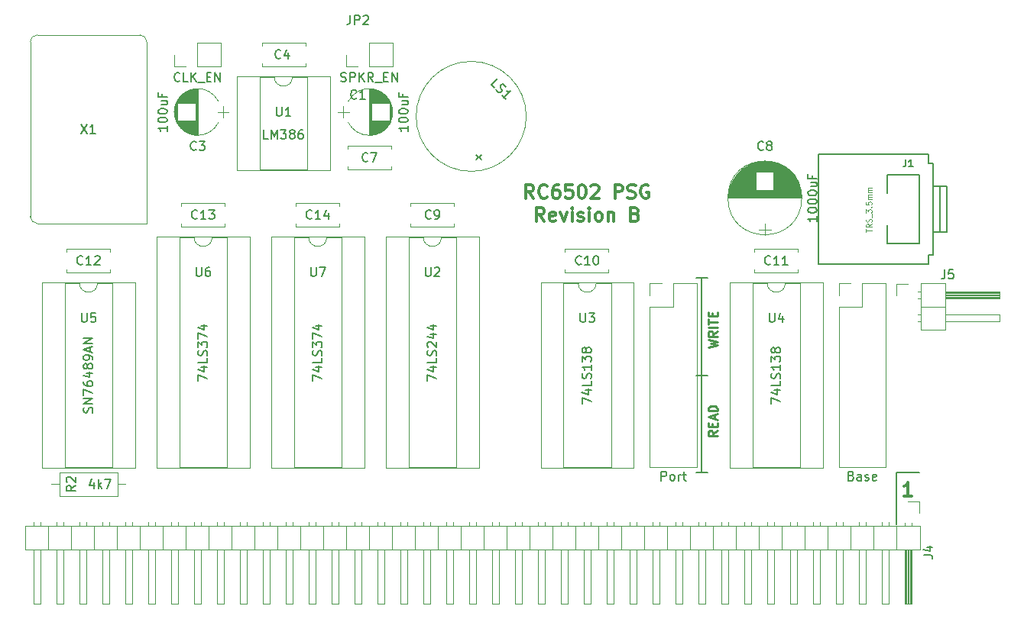
<source format=gto>
G04 #@! TF.FileFunction,Legend,Top*
%FSLAX46Y46*%
G04 Gerber Fmt 4.6, Leading zero omitted, Abs format (unit mm)*
G04 Created by KiCad (PCBNEW 4.0.7) date 06/26/19 17:32:02*
%MOMM*%
%LPD*%
G01*
G04 APERTURE LIST*
%ADD10C,0.100000*%
%ADD11C,0.200000*%
%ADD12C,0.250000*%
%ADD13C,0.300000*%
%ADD14C,0.120000*%
%ADD15C,0.150000*%
G04 APERTURE END LIST*
D10*
D11*
X150495000Y-115570000D02*
X151765000Y-115570000D01*
X151130000Y-115570000D02*
X150495000Y-115570000D01*
X151130000Y-126365000D02*
X151130000Y-115570000D01*
X150495000Y-137160000D02*
X151765000Y-137160000D01*
X151130000Y-137160000D02*
X150495000Y-137160000D01*
X151130000Y-126365000D02*
X151130000Y-137160000D01*
X150495000Y-126365000D02*
X151765000Y-126365000D01*
D12*
X151852381Y-123285000D02*
X152852381Y-123046905D01*
X152138095Y-122856428D01*
X152852381Y-122665952D01*
X151852381Y-122427857D01*
X152852381Y-121475476D02*
X152376190Y-121808810D01*
X152852381Y-122046905D02*
X151852381Y-122046905D01*
X151852381Y-121665952D01*
X151900000Y-121570714D01*
X151947619Y-121523095D01*
X152042857Y-121475476D01*
X152185714Y-121475476D01*
X152280952Y-121523095D01*
X152328571Y-121570714D01*
X152376190Y-121665952D01*
X152376190Y-122046905D01*
X152852381Y-121046905D02*
X151852381Y-121046905D01*
X151852381Y-120713572D02*
X151852381Y-120142143D01*
X152852381Y-120427858D02*
X151852381Y-120427858D01*
X152328571Y-119808810D02*
X152328571Y-119475476D01*
X152852381Y-119332619D02*
X152852381Y-119808810D01*
X151852381Y-119808810D01*
X151852381Y-119332619D01*
X152852381Y-132516428D02*
X152376190Y-132849762D01*
X152852381Y-133087857D02*
X151852381Y-133087857D01*
X151852381Y-132706904D01*
X151900000Y-132611666D01*
X151947619Y-132564047D01*
X152042857Y-132516428D01*
X152185714Y-132516428D01*
X152280952Y-132564047D01*
X152328571Y-132611666D01*
X152376190Y-132706904D01*
X152376190Y-133087857D01*
X152328571Y-132087857D02*
X152328571Y-131754523D01*
X152852381Y-131611666D02*
X152852381Y-132087857D01*
X151852381Y-132087857D01*
X151852381Y-131611666D01*
X152566667Y-131230714D02*
X152566667Y-130754523D01*
X152852381Y-131325952D02*
X151852381Y-130992619D01*
X152852381Y-130659285D01*
X152852381Y-130325952D02*
X151852381Y-130325952D01*
X151852381Y-130087857D01*
X151900000Y-129944999D01*
X151995238Y-129849761D01*
X152090476Y-129802142D01*
X152280952Y-129754523D01*
X152423810Y-129754523D01*
X152614286Y-129802142D01*
X152709524Y-129849761D01*
X152804762Y-129944999D01*
X152852381Y-130087857D01*
X152852381Y-130325952D01*
D13*
X174418572Y-139743571D02*
X173561429Y-139743571D01*
X173990001Y-139743571D02*
X173990001Y-138243571D01*
X173847144Y-138457857D01*
X173704286Y-138600714D01*
X173561429Y-138672143D01*
D11*
X172720000Y-137160000D02*
X175260000Y-137160000D01*
X172720000Y-142875000D02*
X172720000Y-137160000D01*
D13*
X132501430Y-106718571D02*
X132001430Y-106004286D01*
X131644287Y-106718571D02*
X131644287Y-105218571D01*
X132215715Y-105218571D01*
X132358573Y-105290000D01*
X132430001Y-105361429D01*
X132501430Y-105504286D01*
X132501430Y-105718571D01*
X132430001Y-105861429D01*
X132358573Y-105932857D01*
X132215715Y-106004286D01*
X131644287Y-106004286D01*
X134001430Y-106575714D02*
X133930001Y-106647143D01*
X133715715Y-106718571D01*
X133572858Y-106718571D01*
X133358573Y-106647143D01*
X133215715Y-106504286D01*
X133144287Y-106361429D01*
X133072858Y-106075714D01*
X133072858Y-105861429D01*
X133144287Y-105575714D01*
X133215715Y-105432857D01*
X133358573Y-105290000D01*
X133572858Y-105218571D01*
X133715715Y-105218571D01*
X133930001Y-105290000D01*
X134001430Y-105361429D01*
X135287144Y-105218571D02*
X135001430Y-105218571D01*
X134858573Y-105290000D01*
X134787144Y-105361429D01*
X134644287Y-105575714D01*
X134572858Y-105861429D01*
X134572858Y-106432857D01*
X134644287Y-106575714D01*
X134715715Y-106647143D01*
X134858573Y-106718571D01*
X135144287Y-106718571D01*
X135287144Y-106647143D01*
X135358573Y-106575714D01*
X135430001Y-106432857D01*
X135430001Y-106075714D01*
X135358573Y-105932857D01*
X135287144Y-105861429D01*
X135144287Y-105790000D01*
X134858573Y-105790000D01*
X134715715Y-105861429D01*
X134644287Y-105932857D01*
X134572858Y-106075714D01*
X136787144Y-105218571D02*
X136072858Y-105218571D01*
X136001429Y-105932857D01*
X136072858Y-105861429D01*
X136215715Y-105790000D01*
X136572858Y-105790000D01*
X136715715Y-105861429D01*
X136787144Y-105932857D01*
X136858572Y-106075714D01*
X136858572Y-106432857D01*
X136787144Y-106575714D01*
X136715715Y-106647143D01*
X136572858Y-106718571D01*
X136215715Y-106718571D01*
X136072858Y-106647143D01*
X136001429Y-106575714D01*
X137787143Y-105218571D02*
X137930000Y-105218571D01*
X138072857Y-105290000D01*
X138144286Y-105361429D01*
X138215715Y-105504286D01*
X138287143Y-105790000D01*
X138287143Y-106147143D01*
X138215715Y-106432857D01*
X138144286Y-106575714D01*
X138072857Y-106647143D01*
X137930000Y-106718571D01*
X137787143Y-106718571D01*
X137644286Y-106647143D01*
X137572857Y-106575714D01*
X137501429Y-106432857D01*
X137430000Y-106147143D01*
X137430000Y-105790000D01*
X137501429Y-105504286D01*
X137572857Y-105361429D01*
X137644286Y-105290000D01*
X137787143Y-105218571D01*
X138858571Y-105361429D02*
X138930000Y-105290000D01*
X139072857Y-105218571D01*
X139430000Y-105218571D01*
X139572857Y-105290000D01*
X139644286Y-105361429D01*
X139715714Y-105504286D01*
X139715714Y-105647143D01*
X139644286Y-105861429D01*
X138787143Y-106718571D01*
X139715714Y-106718571D01*
X141501428Y-106718571D02*
X141501428Y-105218571D01*
X142072856Y-105218571D01*
X142215714Y-105290000D01*
X142287142Y-105361429D01*
X142358571Y-105504286D01*
X142358571Y-105718571D01*
X142287142Y-105861429D01*
X142215714Y-105932857D01*
X142072856Y-106004286D01*
X141501428Y-106004286D01*
X142929999Y-106647143D02*
X143144285Y-106718571D01*
X143501428Y-106718571D01*
X143644285Y-106647143D01*
X143715714Y-106575714D01*
X143787142Y-106432857D01*
X143787142Y-106290000D01*
X143715714Y-106147143D01*
X143644285Y-106075714D01*
X143501428Y-106004286D01*
X143215714Y-105932857D01*
X143072856Y-105861429D01*
X143001428Y-105790000D01*
X142929999Y-105647143D01*
X142929999Y-105504286D01*
X143001428Y-105361429D01*
X143072856Y-105290000D01*
X143215714Y-105218571D01*
X143572856Y-105218571D01*
X143787142Y-105290000D01*
X145215713Y-105290000D02*
X145072856Y-105218571D01*
X144858570Y-105218571D01*
X144644285Y-105290000D01*
X144501427Y-105432857D01*
X144429999Y-105575714D01*
X144358570Y-105861429D01*
X144358570Y-106075714D01*
X144429999Y-106361429D01*
X144501427Y-106504286D01*
X144644285Y-106647143D01*
X144858570Y-106718571D01*
X145001427Y-106718571D01*
X145215713Y-106647143D01*
X145287142Y-106575714D01*
X145287142Y-106075714D01*
X145001427Y-106075714D01*
X133680000Y-109268571D02*
X133180000Y-108554286D01*
X132822857Y-109268571D02*
X132822857Y-107768571D01*
X133394285Y-107768571D01*
X133537143Y-107840000D01*
X133608571Y-107911429D01*
X133680000Y-108054286D01*
X133680000Y-108268571D01*
X133608571Y-108411429D01*
X133537143Y-108482857D01*
X133394285Y-108554286D01*
X132822857Y-108554286D01*
X134894285Y-109197143D02*
X134751428Y-109268571D01*
X134465714Y-109268571D01*
X134322857Y-109197143D01*
X134251428Y-109054286D01*
X134251428Y-108482857D01*
X134322857Y-108340000D01*
X134465714Y-108268571D01*
X134751428Y-108268571D01*
X134894285Y-108340000D01*
X134965714Y-108482857D01*
X134965714Y-108625714D01*
X134251428Y-108768571D01*
X135465714Y-108268571D02*
X135822857Y-109268571D01*
X136179999Y-108268571D01*
X136751428Y-109268571D02*
X136751428Y-108268571D01*
X136751428Y-107768571D02*
X136679999Y-107840000D01*
X136751428Y-107911429D01*
X136822856Y-107840000D01*
X136751428Y-107768571D01*
X136751428Y-107911429D01*
X137394285Y-109197143D02*
X137537142Y-109268571D01*
X137822857Y-109268571D01*
X137965714Y-109197143D01*
X138037142Y-109054286D01*
X138037142Y-108982857D01*
X137965714Y-108840000D01*
X137822857Y-108768571D01*
X137608571Y-108768571D01*
X137465714Y-108697143D01*
X137394285Y-108554286D01*
X137394285Y-108482857D01*
X137465714Y-108340000D01*
X137608571Y-108268571D01*
X137822857Y-108268571D01*
X137965714Y-108340000D01*
X138680000Y-109268571D02*
X138680000Y-108268571D01*
X138680000Y-107768571D02*
X138608571Y-107840000D01*
X138680000Y-107911429D01*
X138751428Y-107840000D01*
X138680000Y-107768571D01*
X138680000Y-107911429D01*
X139608572Y-109268571D02*
X139465714Y-109197143D01*
X139394286Y-109125714D01*
X139322857Y-108982857D01*
X139322857Y-108554286D01*
X139394286Y-108411429D01*
X139465714Y-108340000D01*
X139608572Y-108268571D01*
X139822857Y-108268571D01*
X139965714Y-108340000D01*
X140037143Y-108411429D01*
X140108572Y-108554286D01*
X140108572Y-108982857D01*
X140037143Y-109125714D01*
X139965714Y-109197143D01*
X139822857Y-109268571D01*
X139608572Y-109268571D01*
X140751429Y-108268571D02*
X140751429Y-109268571D01*
X140751429Y-108411429D02*
X140822857Y-108340000D01*
X140965715Y-108268571D01*
X141180000Y-108268571D01*
X141322857Y-108340000D01*
X141394286Y-108482857D01*
X141394286Y-109268571D01*
X143751429Y-108482857D02*
X143965715Y-108554286D01*
X144037143Y-108625714D01*
X144108572Y-108768571D01*
X144108572Y-108982857D01*
X144037143Y-109125714D01*
X143965715Y-109197143D01*
X143822857Y-109268571D01*
X143251429Y-109268571D01*
X143251429Y-107768571D01*
X143751429Y-107768571D01*
X143894286Y-107840000D01*
X143965715Y-107911429D01*
X144037143Y-108054286D01*
X144037143Y-108197143D01*
X143965715Y-108340000D01*
X143894286Y-108411429D01*
X143751429Y-108482857D01*
X143251429Y-108482857D01*
D14*
X105775000Y-93285000D02*
G75*
G02X103775000Y-93285000I-1000000J0D01*
G01*
X103775000Y-93285000D02*
X102125000Y-93285000D01*
X102125000Y-93285000D02*
X102125000Y-103565000D01*
X102125000Y-103565000D02*
X107425000Y-103565000D01*
X107425000Y-103565000D02*
X107425000Y-93285000D01*
X107425000Y-93285000D02*
X105775000Y-93285000D01*
X99635000Y-93225000D02*
X99635000Y-103625000D01*
X99635000Y-103625000D02*
X109915000Y-103625000D01*
X109915000Y-103625000D02*
X109915000Y-93225000D01*
X109915000Y-93225000D02*
X99635000Y-93225000D01*
X107225000Y-92115000D02*
X102405000Y-92115000D01*
X107225000Y-89495000D02*
X102405000Y-89495000D01*
X107225000Y-92115000D02*
X107225000Y-91801000D01*
X107225000Y-89809000D02*
X107225000Y-89495000D01*
X102405000Y-92115000D02*
X102405000Y-91801000D01*
X102405000Y-89809000D02*
X102405000Y-89495000D01*
X116750000Y-103545000D02*
X111930000Y-103545000D01*
X116750000Y-100925000D02*
X111930000Y-100925000D01*
X116750000Y-103545000D02*
X116750000Y-103231000D01*
X116750000Y-101239000D02*
X116750000Y-100925000D01*
X111930000Y-103545000D02*
X111930000Y-103231000D01*
X111930000Y-101239000D02*
X111930000Y-100925000D01*
X162205000Y-106685000D02*
G75*
G03X162205000Y-106685000I-4090000J0D01*
G01*
X154065000Y-106685000D02*
X162165000Y-106685000D01*
X154065000Y-106645000D02*
X162165000Y-106645000D01*
X154065000Y-106605000D02*
X162165000Y-106605000D01*
X154066000Y-106565000D02*
X162164000Y-106565000D01*
X154068000Y-106525000D02*
X162162000Y-106525000D01*
X154069000Y-106485000D02*
X162161000Y-106485000D01*
X154072000Y-106445000D02*
X162158000Y-106445000D01*
X154074000Y-106405000D02*
X162156000Y-106405000D01*
X154077000Y-106365000D02*
X162153000Y-106365000D01*
X154080000Y-106325000D02*
X162150000Y-106325000D01*
X154084000Y-106285000D02*
X162146000Y-106285000D01*
X154088000Y-106245000D02*
X162142000Y-106245000D01*
X154093000Y-106205000D02*
X162137000Y-106205000D01*
X154098000Y-106165000D02*
X162132000Y-106165000D01*
X154103000Y-106125000D02*
X162127000Y-106125000D01*
X154109000Y-106085000D02*
X162121000Y-106085000D01*
X154115000Y-106045000D02*
X162115000Y-106045000D01*
X154121000Y-106005000D02*
X162109000Y-106005000D01*
X154128000Y-105964000D02*
X162102000Y-105964000D01*
X154136000Y-105924000D02*
X162094000Y-105924000D01*
X154144000Y-105884000D02*
X162086000Y-105884000D01*
X154152000Y-105844000D02*
X162078000Y-105844000D01*
X154160000Y-105804000D02*
X162070000Y-105804000D01*
X154169000Y-105764000D02*
X157135000Y-105764000D01*
X159095000Y-105764000D02*
X162061000Y-105764000D01*
X154179000Y-105724000D02*
X157135000Y-105724000D01*
X159095000Y-105724000D02*
X162051000Y-105724000D01*
X154189000Y-105684000D02*
X157135000Y-105684000D01*
X159095000Y-105684000D02*
X162041000Y-105684000D01*
X154199000Y-105644000D02*
X157135000Y-105644000D01*
X159095000Y-105644000D02*
X162031000Y-105644000D01*
X154210000Y-105604000D02*
X157135000Y-105604000D01*
X159095000Y-105604000D02*
X162020000Y-105604000D01*
X154221000Y-105564000D02*
X157135000Y-105564000D01*
X159095000Y-105564000D02*
X162009000Y-105564000D01*
X154232000Y-105524000D02*
X157135000Y-105524000D01*
X159095000Y-105524000D02*
X161998000Y-105524000D01*
X154245000Y-105484000D02*
X157135000Y-105484000D01*
X159095000Y-105484000D02*
X161985000Y-105484000D01*
X154257000Y-105444000D02*
X157135000Y-105444000D01*
X159095000Y-105444000D02*
X161973000Y-105444000D01*
X154270000Y-105404000D02*
X157135000Y-105404000D01*
X159095000Y-105404000D02*
X161960000Y-105404000D01*
X154283000Y-105364000D02*
X157135000Y-105364000D01*
X159095000Y-105364000D02*
X161947000Y-105364000D01*
X154297000Y-105324000D02*
X157135000Y-105324000D01*
X159095000Y-105324000D02*
X161933000Y-105324000D01*
X154312000Y-105284000D02*
X157135000Y-105284000D01*
X159095000Y-105284000D02*
X161918000Y-105284000D01*
X154326000Y-105244000D02*
X157135000Y-105244000D01*
X159095000Y-105244000D02*
X161904000Y-105244000D01*
X154342000Y-105204000D02*
X157135000Y-105204000D01*
X159095000Y-105204000D02*
X161888000Y-105204000D01*
X154357000Y-105164000D02*
X157135000Y-105164000D01*
X159095000Y-105164000D02*
X161873000Y-105164000D01*
X154374000Y-105124000D02*
X157135000Y-105124000D01*
X159095000Y-105124000D02*
X161856000Y-105124000D01*
X154390000Y-105084000D02*
X157135000Y-105084000D01*
X159095000Y-105084000D02*
X161840000Y-105084000D01*
X154408000Y-105044000D02*
X157135000Y-105044000D01*
X159095000Y-105044000D02*
X161822000Y-105044000D01*
X154425000Y-105004000D02*
X157135000Y-105004000D01*
X159095000Y-105004000D02*
X161805000Y-105004000D01*
X154444000Y-104964000D02*
X157135000Y-104964000D01*
X159095000Y-104964000D02*
X161786000Y-104964000D01*
X154463000Y-104924000D02*
X157135000Y-104924000D01*
X159095000Y-104924000D02*
X161767000Y-104924000D01*
X154482000Y-104884000D02*
X157135000Y-104884000D01*
X159095000Y-104884000D02*
X161748000Y-104884000D01*
X154502000Y-104844000D02*
X157135000Y-104844000D01*
X159095000Y-104844000D02*
X161728000Y-104844000D01*
X154522000Y-104804000D02*
X157135000Y-104804000D01*
X159095000Y-104804000D02*
X161708000Y-104804000D01*
X154543000Y-104764000D02*
X157135000Y-104764000D01*
X159095000Y-104764000D02*
X161687000Y-104764000D01*
X154565000Y-104724000D02*
X157135000Y-104724000D01*
X159095000Y-104724000D02*
X161665000Y-104724000D01*
X154587000Y-104684000D02*
X157135000Y-104684000D01*
X159095000Y-104684000D02*
X161643000Y-104684000D01*
X154610000Y-104644000D02*
X157135000Y-104644000D01*
X159095000Y-104644000D02*
X161620000Y-104644000D01*
X154633000Y-104604000D02*
X157135000Y-104604000D01*
X159095000Y-104604000D02*
X161597000Y-104604000D01*
X154657000Y-104564000D02*
X157135000Y-104564000D01*
X159095000Y-104564000D02*
X161573000Y-104564000D01*
X154681000Y-104524000D02*
X157135000Y-104524000D01*
X159095000Y-104524000D02*
X161549000Y-104524000D01*
X154707000Y-104484000D02*
X157135000Y-104484000D01*
X159095000Y-104484000D02*
X161523000Y-104484000D01*
X154732000Y-104444000D02*
X157135000Y-104444000D01*
X159095000Y-104444000D02*
X161498000Y-104444000D01*
X154759000Y-104404000D02*
X157135000Y-104404000D01*
X159095000Y-104404000D02*
X161471000Y-104404000D01*
X154786000Y-104364000D02*
X157135000Y-104364000D01*
X159095000Y-104364000D02*
X161444000Y-104364000D01*
X154814000Y-104324000D02*
X157135000Y-104324000D01*
X159095000Y-104324000D02*
X161416000Y-104324000D01*
X154843000Y-104284000D02*
X157135000Y-104284000D01*
X159095000Y-104284000D02*
X161387000Y-104284000D01*
X154872000Y-104244000D02*
X157135000Y-104244000D01*
X159095000Y-104244000D02*
X161358000Y-104244000D01*
X154902000Y-104204000D02*
X157135000Y-104204000D01*
X159095000Y-104204000D02*
X161328000Y-104204000D01*
X154933000Y-104164000D02*
X157135000Y-104164000D01*
X159095000Y-104164000D02*
X161297000Y-104164000D01*
X154965000Y-104124000D02*
X157135000Y-104124000D01*
X159095000Y-104124000D02*
X161265000Y-104124000D01*
X154997000Y-104084000D02*
X157135000Y-104084000D01*
X159095000Y-104084000D02*
X161233000Y-104084000D01*
X155031000Y-104044000D02*
X157135000Y-104044000D01*
X159095000Y-104044000D02*
X161199000Y-104044000D01*
X155065000Y-104004000D02*
X157135000Y-104004000D01*
X159095000Y-104004000D02*
X161165000Y-104004000D01*
X155100000Y-103964000D02*
X157135000Y-103964000D01*
X159095000Y-103964000D02*
X161130000Y-103964000D01*
X155136000Y-103924000D02*
X157135000Y-103924000D01*
X159095000Y-103924000D02*
X161094000Y-103924000D01*
X155173000Y-103884000D02*
X157135000Y-103884000D01*
X159095000Y-103884000D02*
X161057000Y-103884000D01*
X155211000Y-103844000D02*
X157135000Y-103844000D01*
X159095000Y-103844000D02*
X161019000Y-103844000D01*
X155250000Y-103804000D02*
X160980000Y-103804000D01*
X155291000Y-103764000D02*
X160939000Y-103764000D01*
X155332000Y-103724000D02*
X160898000Y-103724000D01*
X155375000Y-103684000D02*
X160855000Y-103684000D01*
X155418000Y-103644000D02*
X160812000Y-103644000D01*
X155463000Y-103604000D02*
X160767000Y-103604000D01*
X155510000Y-103564000D02*
X160720000Y-103564000D01*
X155558000Y-103524000D02*
X160672000Y-103524000D01*
X155607000Y-103484000D02*
X160623000Y-103484000D01*
X155658000Y-103444000D02*
X160572000Y-103444000D01*
X155711000Y-103404000D02*
X160519000Y-103404000D01*
X155766000Y-103364000D02*
X160464000Y-103364000D01*
X155822000Y-103324000D02*
X160408000Y-103324000D01*
X155881000Y-103284000D02*
X160349000Y-103284000D01*
X155942000Y-103244000D02*
X160288000Y-103244000D01*
X156006000Y-103204000D02*
X160224000Y-103204000D01*
X156072000Y-103164000D02*
X160158000Y-103164000D01*
X156141000Y-103124000D02*
X160089000Y-103124000D01*
X156213000Y-103084000D02*
X160017000Y-103084000D01*
X156289000Y-103044000D02*
X159941000Y-103044000D01*
X156370000Y-103004000D02*
X159860000Y-103004000D01*
X156455000Y-102964000D02*
X159775000Y-102964000D01*
X156545000Y-102924000D02*
X159685000Y-102924000D01*
X156642000Y-102884000D02*
X159588000Y-102884000D01*
X156746000Y-102844000D02*
X159484000Y-102844000D01*
X156861000Y-102804000D02*
X159369000Y-102804000D01*
X156988000Y-102764000D02*
X159242000Y-102764000D01*
X157132000Y-102724000D02*
X159098000Y-102724000D01*
X157301000Y-102684000D02*
X158929000Y-102684000D01*
X157517000Y-102644000D02*
X158713000Y-102644000D01*
X157869000Y-102604000D02*
X158361000Y-102604000D01*
X158115000Y-110785000D02*
X158115000Y-109585000D01*
X157465000Y-110185000D02*
X158765000Y-110185000D01*
X145355000Y-136585000D02*
X150555000Y-136585000D01*
X145355000Y-118745000D02*
X145355000Y-136585000D01*
X150555000Y-116145000D02*
X150555000Y-136585000D01*
X145355000Y-118745000D02*
X147955000Y-118745000D01*
X147955000Y-118745000D02*
X147955000Y-116145000D01*
X147955000Y-116145000D02*
X150555000Y-116145000D01*
X145355000Y-117475000D02*
X145355000Y-116145000D01*
X145355000Y-116145000D02*
X146685000Y-116145000D01*
X166310000Y-136585000D02*
X171510000Y-136585000D01*
X166310000Y-118745000D02*
X166310000Y-136585000D01*
X171510000Y-116145000D02*
X171510000Y-136585000D01*
X166310000Y-118745000D02*
X168910000Y-118745000D01*
X168910000Y-118745000D02*
X168910000Y-116145000D01*
X168910000Y-116145000D02*
X171510000Y-116145000D01*
X166310000Y-117475000D02*
X166310000Y-116145000D01*
X166310000Y-116145000D02*
X167640000Y-116145000D01*
X175320000Y-143045000D02*
X76140000Y-143045000D01*
X76140000Y-143045000D02*
X76140000Y-145705000D01*
X76140000Y-145705000D02*
X175320000Y-145705000D01*
X175320000Y-145705000D02*
X175320000Y-143045000D01*
X174370000Y-145705000D02*
X174370000Y-151705000D01*
X174370000Y-151705000D02*
X173610000Y-151705000D01*
X173610000Y-151705000D02*
X173610000Y-145705000D01*
X174310000Y-145705000D02*
X174310000Y-151705000D01*
X174190000Y-145705000D02*
X174190000Y-151705000D01*
X174070000Y-145705000D02*
X174070000Y-151705000D01*
X173950000Y-145705000D02*
X173950000Y-151705000D01*
X173830000Y-145705000D02*
X173830000Y-151705000D01*
X173710000Y-145705000D02*
X173710000Y-151705000D01*
X174370000Y-142715000D02*
X174370000Y-143045000D01*
X173610000Y-142715000D02*
X173610000Y-143045000D01*
X172720000Y-143045000D02*
X172720000Y-145705000D01*
X171830000Y-145705000D02*
X171830000Y-151705000D01*
X171830000Y-151705000D02*
X171070000Y-151705000D01*
X171070000Y-151705000D02*
X171070000Y-145705000D01*
X171830000Y-142647929D02*
X171830000Y-143045000D01*
X171070000Y-142647929D02*
X171070000Y-143045000D01*
X170180000Y-143045000D02*
X170180000Y-145705000D01*
X169290000Y-145705000D02*
X169290000Y-151705000D01*
X169290000Y-151705000D02*
X168530000Y-151705000D01*
X168530000Y-151705000D02*
X168530000Y-145705000D01*
X169290000Y-142647929D02*
X169290000Y-143045000D01*
X168530000Y-142647929D02*
X168530000Y-143045000D01*
X167640000Y-143045000D02*
X167640000Y-145705000D01*
X166750000Y-145705000D02*
X166750000Y-151705000D01*
X166750000Y-151705000D02*
X165990000Y-151705000D01*
X165990000Y-151705000D02*
X165990000Y-145705000D01*
X166750000Y-142647929D02*
X166750000Y-143045000D01*
X165990000Y-142647929D02*
X165990000Y-143045000D01*
X165100000Y-143045000D02*
X165100000Y-145705000D01*
X164210000Y-145705000D02*
X164210000Y-151705000D01*
X164210000Y-151705000D02*
X163450000Y-151705000D01*
X163450000Y-151705000D02*
X163450000Y-145705000D01*
X164210000Y-142647929D02*
X164210000Y-143045000D01*
X163450000Y-142647929D02*
X163450000Y-143045000D01*
X162560000Y-143045000D02*
X162560000Y-145705000D01*
X161670000Y-145705000D02*
X161670000Y-151705000D01*
X161670000Y-151705000D02*
X160910000Y-151705000D01*
X160910000Y-151705000D02*
X160910000Y-145705000D01*
X161670000Y-142647929D02*
X161670000Y-143045000D01*
X160910000Y-142647929D02*
X160910000Y-143045000D01*
X160020000Y-143045000D02*
X160020000Y-145705000D01*
X159130000Y-145705000D02*
X159130000Y-151705000D01*
X159130000Y-151705000D02*
X158370000Y-151705000D01*
X158370000Y-151705000D02*
X158370000Y-145705000D01*
X159130000Y-142647929D02*
X159130000Y-143045000D01*
X158370000Y-142647929D02*
X158370000Y-143045000D01*
X157480000Y-143045000D02*
X157480000Y-145705000D01*
X156590000Y-145705000D02*
X156590000Y-151705000D01*
X156590000Y-151705000D02*
X155830000Y-151705000D01*
X155830000Y-151705000D02*
X155830000Y-145705000D01*
X156590000Y-142647929D02*
X156590000Y-143045000D01*
X155830000Y-142647929D02*
X155830000Y-143045000D01*
X154940000Y-143045000D02*
X154940000Y-145705000D01*
X154050000Y-145705000D02*
X154050000Y-151705000D01*
X154050000Y-151705000D02*
X153290000Y-151705000D01*
X153290000Y-151705000D02*
X153290000Y-145705000D01*
X154050000Y-142647929D02*
X154050000Y-143045000D01*
X153290000Y-142647929D02*
X153290000Y-143045000D01*
X152400000Y-143045000D02*
X152400000Y-145705000D01*
X151510000Y-145705000D02*
X151510000Y-151705000D01*
X151510000Y-151705000D02*
X150750000Y-151705000D01*
X150750000Y-151705000D02*
X150750000Y-145705000D01*
X151510000Y-142647929D02*
X151510000Y-143045000D01*
X150750000Y-142647929D02*
X150750000Y-143045000D01*
X149860000Y-143045000D02*
X149860000Y-145705000D01*
X148970000Y-145705000D02*
X148970000Y-151705000D01*
X148970000Y-151705000D02*
X148210000Y-151705000D01*
X148210000Y-151705000D02*
X148210000Y-145705000D01*
X148970000Y-142647929D02*
X148970000Y-143045000D01*
X148210000Y-142647929D02*
X148210000Y-143045000D01*
X147320000Y-143045000D02*
X147320000Y-145705000D01*
X146430000Y-145705000D02*
X146430000Y-151705000D01*
X146430000Y-151705000D02*
X145670000Y-151705000D01*
X145670000Y-151705000D02*
X145670000Y-145705000D01*
X146430000Y-142647929D02*
X146430000Y-143045000D01*
X145670000Y-142647929D02*
X145670000Y-143045000D01*
X144780000Y-143045000D02*
X144780000Y-145705000D01*
X143890000Y-145705000D02*
X143890000Y-151705000D01*
X143890000Y-151705000D02*
X143130000Y-151705000D01*
X143130000Y-151705000D02*
X143130000Y-145705000D01*
X143890000Y-142647929D02*
X143890000Y-143045000D01*
X143130000Y-142647929D02*
X143130000Y-143045000D01*
X142240000Y-143045000D02*
X142240000Y-145705000D01*
X141350000Y-145705000D02*
X141350000Y-151705000D01*
X141350000Y-151705000D02*
X140590000Y-151705000D01*
X140590000Y-151705000D02*
X140590000Y-145705000D01*
X141350000Y-142647929D02*
X141350000Y-143045000D01*
X140590000Y-142647929D02*
X140590000Y-143045000D01*
X139700000Y-143045000D02*
X139700000Y-145705000D01*
X138810000Y-145705000D02*
X138810000Y-151705000D01*
X138810000Y-151705000D02*
X138050000Y-151705000D01*
X138050000Y-151705000D02*
X138050000Y-145705000D01*
X138810000Y-142647929D02*
X138810000Y-143045000D01*
X138050000Y-142647929D02*
X138050000Y-143045000D01*
X137160000Y-143045000D02*
X137160000Y-145705000D01*
X136270000Y-145705000D02*
X136270000Y-151705000D01*
X136270000Y-151705000D02*
X135510000Y-151705000D01*
X135510000Y-151705000D02*
X135510000Y-145705000D01*
X136270000Y-142647929D02*
X136270000Y-143045000D01*
X135510000Y-142647929D02*
X135510000Y-143045000D01*
X134620000Y-143045000D02*
X134620000Y-145705000D01*
X133730000Y-145705000D02*
X133730000Y-151705000D01*
X133730000Y-151705000D02*
X132970000Y-151705000D01*
X132970000Y-151705000D02*
X132970000Y-145705000D01*
X133730000Y-142647929D02*
X133730000Y-143045000D01*
X132970000Y-142647929D02*
X132970000Y-143045000D01*
X132080000Y-143045000D02*
X132080000Y-145705000D01*
X131190000Y-145705000D02*
X131190000Y-151705000D01*
X131190000Y-151705000D02*
X130430000Y-151705000D01*
X130430000Y-151705000D02*
X130430000Y-145705000D01*
X131190000Y-142647929D02*
X131190000Y-143045000D01*
X130430000Y-142647929D02*
X130430000Y-143045000D01*
X129540000Y-143045000D02*
X129540000Y-145705000D01*
X128650000Y-145705000D02*
X128650000Y-151705000D01*
X128650000Y-151705000D02*
X127890000Y-151705000D01*
X127890000Y-151705000D02*
X127890000Y-145705000D01*
X128650000Y-142647929D02*
X128650000Y-143045000D01*
X127890000Y-142647929D02*
X127890000Y-143045000D01*
X127000000Y-143045000D02*
X127000000Y-145705000D01*
X126110000Y-145705000D02*
X126110000Y-151705000D01*
X126110000Y-151705000D02*
X125350000Y-151705000D01*
X125350000Y-151705000D02*
X125350000Y-145705000D01*
X126110000Y-142647929D02*
X126110000Y-143045000D01*
X125350000Y-142647929D02*
X125350000Y-143045000D01*
X124460000Y-143045000D02*
X124460000Y-145705000D01*
X123570000Y-145705000D02*
X123570000Y-151705000D01*
X123570000Y-151705000D02*
X122810000Y-151705000D01*
X122810000Y-151705000D02*
X122810000Y-145705000D01*
X123570000Y-142647929D02*
X123570000Y-143045000D01*
X122810000Y-142647929D02*
X122810000Y-143045000D01*
X121920000Y-143045000D02*
X121920000Y-145705000D01*
X121030000Y-145705000D02*
X121030000Y-151705000D01*
X121030000Y-151705000D02*
X120270000Y-151705000D01*
X120270000Y-151705000D02*
X120270000Y-145705000D01*
X121030000Y-142647929D02*
X121030000Y-143045000D01*
X120270000Y-142647929D02*
X120270000Y-143045000D01*
X119380000Y-143045000D02*
X119380000Y-145705000D01*
X118490000Y-145705000D02*
X118490000Y-151705000D01*
X118490000Y-151705000D02*
X117730000Y-151705000D01*
X117730000Y-151705000D02*
X117730000Y-145705000D01*
X118490000Y-142647929D02*
X118490000Y-143045000D01*
X117730000Y-142647929D02*
X117730000Y-143045000D01*
X116840000Y-143045000D02*
X116840000Y-145705000D01*
X115950000Y-145705000D02*
X115950000Y-151705000D01*
X115950000Y-151705000D02*
X115190000Y-151705000D01*
X115190000Y-151705000D02*
X115190000Y-145705000D01*
X115950000Y-142647929D02*
X115950000Y-143045000D01*
X115190000Y-142647929D02*
X115190000Y-143045000D01*
X114300000Y-143045000D02*
X114300000Y-145705000D01*
X113410000Y-145705000D02*
X113410000Y-151705000D01*
X113410000Y-151705000D02*
X112650000Y-151705000D01*
X112650000Y-151705000D02*
X112650000Y-145705000D01*
X113410000Y-142647929D02*
X113410000Y-143045000D01*
X112650000Y-142647929D02*
X112650000Y-143045000D01*
X111760000Y-143045000D02*
X111760000Y-145705000D01*
X110870000Y-145705000D02*
X110870000Y-151705000D01*
X110870000Y-151705000D02*
X110110000Y-151705000D01*
X110110000Y-151705000D02*
X110110000Y-145705000D01*
X110870000Y-142647929D02*
X110870000Y-143045000D01*
X110110000Y-142647929D02*
X110110000Y-143045000D01*
X109220000Y-143045000D02*
X109220000Y-145705000D01*
X108330000Y-145705000D02*
X108330000Y-151705000D01*
X108330000Y-151705000D02*
X107570000Y-151705000D01*
X107570000Y-151705000D02*
X107570000Y-145705000D01*
X108330000Y-142647929D02*
X108330000Y-143045000D01*
X107570000Y-142647929D02*
X107570000Y-143045000D01*
X106680000Y-143045000D02*
X106680000Y-145705000D01*
X105790000Y-145705000D02*
X105790000Y-151705000D01*
X105790000Y-151705000D02*
X105030000Y-151705000D01*
X105030000Y-151705000D02*
X105030000Y-145705000D01*
X105790000Y-142647929D02*
X105790000Y-143045000D01*
X105030000Y-142647929D02*
X105030000Y-143045000D01*
X104140000Y-143045000D02*
X104140000Y-145705000D01*
X103250000Y-145705000D02*
X103250000Y-151705000D01*
X103250000Y-151705000D02*
X102490000Y-151705000D01*
X102490000Y-151705000D02*
X102490000Y-145705000D01*
X103250000Y-142647929D02*
X103250000Y-143045000D01*
X102490000Y-142647929D02*
X102490000Y-143045000D01*
X101600000Y-143045000D02*
X101600000Y-145705000D01*
X100710000Y-145705000D02*
X100710000Y-151705000D01*
X100710000Y-151705000D02*
X99950000Y-151705000D01*
X99950000Y-151705000D02*
X99950000Y-145705000D01*
X100710000Y-142647929D02*
X100710000Y-143045000D01*
X99950000Y-142647929D02*
X99950000Y-143045000D01*
X99060000Y-143045000D02*
X99060000Y-145705000D01*
X98170000Y-145705000D02*
X98170000Y-151705000D01*
X98170000Y-151705000D02*
X97410000Y-151705000D01*
X97410000Y-151705000D02*
X97410000Y-145705000D01*
X98170000Y-142647929D02*
X98170000Y-143045000D01*
X97410000Y-142647929D02*
X97410000Y-143045000D01*
X96520000Y-143045000D02*
X96520000Y-145705000D01*
X95630000Y-145705000D02*
X95630000Y-151705000D01*
X95630000Y-151705000D02*
X94870000Y-151705000D01*
X94870000Y-151705000D02*
X94870000Y-145705000D01*
X95630000Y-142647929D02*
X95630000Y-143045000D01*
X94870000Y-142647929D02*
X94870000Y-143045000D01*
X93980000Y-143045000D02*
X93980000Y-145705000D01*
X93090000Y-145705000D02*
X93090000Y-151705000D01*
X93090000Y-151705000D02*
X92330000Y-151705000D01*
X92330000Y-151705000D02*
X92330000Y-145705000D01*
X93090000Y-142647929D02*
X93090000Y-143045000D01*
X92330000Y-142647929D02*
X92330000Y-143045000D01*
X91440000Y-143045000D02*
X91440000Y-145705000D01*
X90550000Y-145705000D02*
X90550000Y-151705000D01*
X90550000Y-151705000D02*
X89790000Y-151705000D01*
X89790000Y-151705000D02*
X89790000Y-145705000D01*
X90550000Y-142647929D02*
X90550000Y-143045000D01*
X89790000Y-142647929D02*
X89790000Y-143045000D01*
X88900000Y-143045000D02*
X88900000Y-145705000D01*
X88010000Y-145705000D02*
X88010000Y-151705000D01*
X88010000Y-151705000D02*
X87250000Y-151705000D01*
X87250000Y-151705000D02*
X87250000Y-145705000D01*
X88010000Y-142647929D02*
X88010000Y-143045000D01*
X87250000Y-142647929D02*
X87250000Y-143045000D01*
X86360000Y-143045000D02*
X86360000Y-145705000D01*
X85470000Y-145705000D02*
X85470000Y-151705000D01*
X85470000Y-151705000D02*
X84710000Y-151705000D01*
X84710000Y-151705000D02*
X84710000Y-145705000D01*
X85470000Y-142647929D02*
X85470000Y-143045000D01*
X84710000Y-142647929D02*
X84710000Y-143045000D01*
X83820000Y-143045000D02*
X83820000Y-145705000D01*
X82930000Y-145705000D02*
X82930000Y-151705000D01*
X82930000Y-151705000D02*
X82170000Y-151705000D01*
X82170000Y-151705000D02*
X82170000Y-145705000D01*
X82930000Y-142647929D02*
X82930000Y-143045000D01*
X82170000Y-142647929D02*
X82170000Y-143045000D01*
X81280000Y-143045000D02*
X81280000Y-145705000D01*
X80390000Y-145705000D02*
X80390000Y-151705000D01*
X80390000Y-151705000D02*
X79630000Y-151705000D01*
X79630000Y-151705000D02*
X79630000Y-145705000D01*
X80390000Y-142647929D02*
X80390000Y-143045000D01*
X79630000Y-142647929D02*
X79630000Y-143045000D01*
X78740000Y-143045000D02*
X78740000Y-145705000D01*
X77850000Y-145705000D02*
X77850000Y-151705000D01*
X77850000Y-151705000D02*
X77090000Y-151705000D01*
X77090000Y-151705000D02*
X77090000Y-145705000D01*
X77850000Y-142647929D02*
X77850000Y-143045000D01*
X77090000Y-142647929D02*
X77090000Y-143045000D01*
X173990000Y-140335000D02*
X175260000Y-140335000D01*
X175260000Y-140335000D02*
X175260000Y-141605000D01*
X116900000Y-92135000D02*
X116900000Y-89475000D01*
X114300000Y-92135000D02*
X116900000Y-92135000D01*
X114300000Y-89475000D02*
X116900000Y-89475000D01*
X114300000Y-92135000D02*
X114300000Y-89475000D01*
X113030000Y-92135000D02*
X111700000Y-92135000D01*
X111700000Y-92135000D02*
X111700000Y-90805000D01*
X131682993Y-97642994D02*
G75*
G03X131682993Y-97642994I-6099999J0D01*
G01*
X86395000Y-139740000D02*
X86395000Y-137120000D01*
X86395000Y-137120000D02*
X79975000Y-137120000D01*
X79975000Y-137120000D02*
X79975000Y-139740000D01*
X79975000Y-139740000D02*
X86395000Y-139740000D01*
X87285000Y-138430000D02*
X86395000Y-138430000D01*
X79085000Y-138430000D02*
X79975000Y-138430000D01*
X84185000Y-116145000D02*
G75*
G02X82185000Y-116145000I-1000000J0D01*
G01*
X82185000Y-116145000D02*
X80535000Y-116145000D01*
X80535000Y-116145000D02*
X80535000Y-136585000D01*
X80535000Y-136585000D02*
X85835000Y-136585000D01*
X85835000Y-136585000D02*
X85835000Y-116145000D01*
X85835000Y-116145000D02*
X84185000Y-116145000D01*
X78045000Y-116085000D02*
X78045000Y-136645000D01*
X78045000Y-136645000D02*
X88325000Y-136645000D01*
X88325000Y-136645000D02*
X88325000Y-116085000D01*
X88325000Y-116085000D02*
X78045000Y-116085000D01*
X77485000Y-109510000D02*
X89635000Y-109510000D01*
X76735000Y-89360000D02*
X76735000Y-108760000D01*
X88885000Y-88610000D02*
X77485000Y-88610000D01*
X89635000Y-109510000D02*
X89635000Y-89360000D01*
X89635000Y-89360000D02*
G75*
G03X88885000Y-88610000I-750000J0D01*
G01*
X77485000Y-88610000D02*
G75*
G03X76735000Y-89360000I0J-750000D01*
G01*
X76735000Y-108760000D02*
G75*
G03X77485000Y-109510000I750000J0D01*
G01*
D15*
X171704000Y-106172000D02*
X171704000Y-104140000D01*
X171704000Y-104140000D02*
X175260000Y-104140000D01*
X175260000Y-104140000D02*
X175260000Y-111760000D01*
X175260000Y-111760000D02*
X171704000Y-111760000D01*
X171704000Y-111760000D02*
X171704000Y-109728000D01*
X176276000Y-102870000D02*
X176276000Y-101854000D01*
X176276000Y-114046000D02*
X176276000Y-113030000D01*
X178308000Y-105410000D02*
X176784000Y-105410000D01*
X176784000Y-110490000D02*
X178308000Y-110490000D01*
X177546000Y-105410000D02*
X177546000Y-110490000D01*
X176276000Y-102870000D02*
X176530000Y-102870000D01*
X176530000Y-102870000D02*
X176784000Y-102870000D01*
X176784000Y-102870000D02*
X176784000Y-113030000D01*
X176784000Y-113030000D02*
X176276000Y-113030000D01*
X178308000Y-105410000D02*
X178308000Y-110490000D01*
X164084000Y-101854000D02*
X176276000Y-101854000D01*
X176276000Y-114046000D02*
X164084000Y-114046000D01*
X164084000Y-114046000D02*
X164084000Y-101854000D01*
D14*
X118835000Y-107275000D02*
X123655000Y-107275000D01*
X118835000Y-109895000D02*
X123655000Y-109895000D01*
X118835000Y-107275000D02*
X118835000Y-107589000D01*
X118835000Y-109581000D02*
X118835000Y-109895000D01*
X123655000Y-107275000D02*
X123655000Y-107589000D01*
X123655000Y-109581000D02*
X123655000Y-109895000D01*
X135980000Y-112355000D02*
X140800000Y-112355000D01*
X135980000Y-114975000D02*
X140800000Y-114975000D01*
X135980000Y-112355000D02*
X135980000Y-112669000D01*
X135980000Y-114661000D02*
X135980000Y-114975000D01*
X140800000Y-112355000D02*
X140800000Y-112669000D01*
X140800000Y-114661000D02*
X140800000Y-114975000D01*
X156935000Y-112355000D02*
X161755000Y-112355000D01*
X156935000Y-114975000D02*
X161755000Y-114975000D01*
X156935000Y-112355000D02*
X156935000Y-112669000D01*
X156935000Y-114661000D02*
X156935000Y-114975000D01*
X161755000Y-112355000D02*
X161755000Y-112669000D01*
X161755000Y-114661000D02*
X161755000Y-114975000D01*
X80735000Y-112355000D02*
X85555000Y-112355000D01*
X80735000Y-114975000D02*
X85555000Y-114975000D01*
X80735000Y-112355000D02*
X80735000Y-112669000D01*
X80735000Y-114661000D02*
X80735000Y-114975000D01*
X85555000Y-112355000D02*
X85555000Y-112669000D01*
X85555000Y-114661000D02*
X85555000Y-114975000D01*
X93435000Y-107275000D02*
X98255000Y-107275000D01*
X93435000Y-109895000D02*
X98255000Y-109895000D01*
X93435000Y-107275000D02*
X93435000Y-107589000D01*
X93435000Y-109581000D02*
X93435000Y-109895000D01*
X98255000Y-107275000D02*
X98255000Y-107589000D01*
X98255000Y-109581000D02*
X98255000Y-109895000D01*
X97850000Y-92135000D02*
X97850000Y-89475000D01*
X95250000Y-92135000D02*
X97850000Y-92135000D01*
X95250000Y-89475000D02*
X97850000Y-89475000D01*
X95250000Y-92135000D02*
X95250000Y-89475000D01*
X93980000Y-92135000D02*
X92650000Y-92135000D01*
X92650000Y-92135000D02*
X92650000Y-90805000D01*
X175430000Y-116145000D02*
X175430000Y-121345000D01*
X175430000Y-121345000D02*
X178090000Y-121345000D01*
X178090000Y-121345000D02*
X178090000Y-116145000D01*
X178090000Y-116145000D02*
X175430000Y-116145000D01*
X178090000Y-117095000D02*
X184090000Y-117095000D01*
X184090000Y-117095000D02*
X184090000Y-117855000D01*
X184090000Y-117855000D02*
X178090000Y-117855000D01*
X178090000Y-117155000D02*
X184090000Y-117155000D01*
X178090000Y-117275000D02*
X184090000Y-117275000D01*
X178090000Y-117395000D02*
X184090000Y-117395000D01*
X178090000Y-117515000D02*
X184090000Y-117515000D01*
X178090000Y-117635000D02*
X184090000Y-117635000D01*
X178090000Y-117755000D02*
X184090000Y-117755000D01*
X175100000Y-117095000D02*
X175430000Y-117095000D01*
X175100000Y-117855000D02*
X175430000Y-117855000D01*
X175430000Y-118745000D02*
X178090000Y-118745000D01*
X178090000Y-119635000D02*
X184090000Y-119635000D01*
X184090000Y-119635000D02*
X184090000Y-120395000D01*
X184090000Y-120395000D02*
X178090000Y-120395000D01*
X175032929Y-119635000D02*
X175430000Y-119635000D01*
X175032929Y-120395000D02*
X175430000Y-120395000D01*
X172720000Y-117475000D02*
X172720000Y-116205000D01*
X172720000Y-116205000D02*
X173990000Y-116205000D01*
X92964278Y-98334723D02*
G75*
G03X97575580Y-98335000I2305722J1179723D01*
G01*
X92964278Y-95975277D02*
G75*
G02X97575580Y-95975000I2305722J-1179723D01*
G01*
X92964278Y-95975277D02*
G75*
G03X92964420Y-98335000I2305722J-1179723D01*
G01*
X95270000Y-99705000D02*
X95270000Y-94605000D01*
X95230000Y-99705000D02*
X95230000Y-94605000D01*
X95190000Y-99704000D02*
X95190000Y-94606000D01*
X95150000Y-99703000D02*
X95150000Y-94607000D01*
X95110000Y-99701000D02*
X95110000Y-94609000D01*
X95070000Y-99698000D02*
X95070000Y-94612000D01*
X95030000Y-99694000D02*
X95030000Y-94616000D01*
X94990000Y-99690000D02*
X94990000Y-98135000D01*
X94990000Y-96175000D02*
X94990000Y-94620000D01*
X94950000Y-99686000D02*
X94950000Y-98135000D01*
X94950000Y-96175000D02*
X94950000Y-94624000D01*
X94910000Y-99680000D02*
X94910000Y-98135000D01*
X94910000Y-96175000D02*
X94910000Y-94630000D01*
X94870000Y-99674000D02*
X94870000Y-98135000D01*
X94870000Y-96175000D02*
X94870000Y-94636000D01*
X94830000Y-99668000D02*
X94830000Y-98135000D01*
X94830000Y-96175000D02*
X94830000Y-94642000D01*
X94790000Y-99661000D02*
X94790000Y-98135000D01*
X94790000Y-96175000D02*
X94790000Y-94649000D01*
X94750000Y-99653000D02*
X94750000Y-98135000D01*
X94750000Y-96175000D02*
X94750000Y-94657000D01*
X94710000Y-99644000D02*
X94710000Y-98135000D01*
X94710000Y-96175000D02*
X94710000Y-94666000D01*
X94670000Y-99635000D02*
X94670000Y-98135000D01*
X94670000Y-96175000D02*
X94670000Y-94675000D01*
X94630000Y-99625000D02*
X94630000Y-98135000D01*
X94630000Y-96175000D02*
X94630000Y-94685000D01*
X94590000Y-99615000D02*
X94590000Y-98135000D01*
X94590000Y-96175000D02*
X94590000Y-94695000D01*
X94549000Y-99603000D02*
X94549000Y-98135000D01*
X94549000Y-96175000D02*
X94549000Y-94707000D01*
X94509000Y-99591000D02*
X94509000Y-98135000D01*
X94509000Y-96175000D02*
X94509000Y-94719000D01*
X94469000Y-99579000D02*
X94469000Y-98135000D01*
X94469000Y-96175000D02*
X94469000Y-94731000D01*
X94429000Y-99565000D02*
X94429000Y-98135000D01*
X94429000Y-96175000D02*
X94429000Y-94745000D01*
X94389000Y-99551000D02*
X94389000Y-98135000D01*
X94389000Y-96175000D02*
X94389000Y-94759000D01*
X94349000Y-99537000D02*
X94349000Y-98135000D01*
X94349000Y-96175000D02*
X94349000Y-94773000D01*
X94309000Y-99521000D02*
X94309000Y-98135000D01*
X94309000Y-96175000D02*
X94309000Y-94789000D01*
X94269000Y-99505000D02*
X94269000Y-98135000D01*
X94269000Y-96175000D02*
X94269000Y-94805000D01*
X94229000Y-99488000D02*
X94229000Y-98135000D01*
X94229000Y-96175000D02*
X94229000Y-94822000D01*
X94189000Y-99470000D02*
X94189000Y-98135000D01*
X94189000Y-96175000D02*
X94189000Y-94840000D01*
X94149000Y-99451000D02*
X94149000Y-98135000D01*
X94149000Y-96175000D02*
X94149000Y-94859000D01*
X94109000Y-99431000D02*
X94109000Y-98135000D01*
X94109000Y-96175000D02*
X94109000Y-94879000D01*
X94069000Y-99411000D02*
X94069000Y-98135000D01*
X94069000Y-96175000D02*
X94069000Y-94899000D01*
X94029000Y-99389000D02*
X94029000Y-98135000D01*
X94029000Y-96175000D02*
X94029000Y-94921000D01*
X93989000Y-99367000D02*
X93989000Y-98135000D01*
X93989000Y-96175000D02*
X93989000Y-94943000D01*
X93949000Y-99344000D02*
X93949000Y-98135000D01*
X93949000Y-96175000D02*
X93949000Y-94966000D01*
X93909000Y-99320000D02*
X93909000Y-98135000D01*
X93909000Y-96175000D02*
X93909000Y-94990000D01*
X93869000Y-99295000D02*
X93869000Y-98135000D01*
X93869000Y-96175000D02*
X93869000Y-95015000D01*
X93829000Y-99268000D02*
X93829000Y-98135000D01*
X93829000Y-96175000D02*
X93829000Y-95042000D01*
X93789000Y-99241000D02*
X93789000Y-98135000D01*
X93789000Y-96175000D02*
X93789000Y-95069000D01*
X93749000Y-99213000D02*
X93749000Y-98135000D01*
X93749000Y-96175000D02*
X93749000Y-95097000D01*
X93709000Y-99183000D02*
X93709000Y-98135000D01*
X93709000Y-96175000D02*
X93709000Y-95127000D01*
X93669000Y-99152000D02*
X93669000Y-98135000D01*
X93669000Y-96175000D02*
X93669000Y-95158000D01*
X93629000Y-99120000D02*
X93629000Y-98135000D01*
X93629000Y-96175000D02*
X93629000Y-95190000D01*
X93589000Y-99087000D02*
X93589000Y-98135000D01*
X93589000Y-96175000D02*
X93589000Y-95223000D01*
X93549000Y-99052000D02*
X93549000Y-98135000D01*
X93549000Y-96175000D02*
X93549000Y-95258000D01*
X93509000Y-99016000D02*
X93509000Y-98135000D01*
X93509000Y-96175000D02*
X93509000Y-95294000D01*
X93469000Y-98978000D02*
X93469000Y-98135000D01*
X93469000Y-96175000D02*
X93469000Y-95332000D01*
X93429000Y-98938000D02*
X93429000Y-98135000D01*
X93429000Y-96175000D02*
X93429000Y-95372000D01*
X93389000Y-98897000D02*
X93389000Y-98135000D01*
X93389000Y-96175000D02*
X93389000Y-95413000D01*
X93349000Y-98854000D02*
X93349000Y-98135000D01*
X93349000Y-96175000D02*
X93349000Y-95456000D01*
X93309000Y-98809000D02*
X93309000Y-98135000D01*
X93309000Y-96175000D02*
X93309000Y-95501000D01*
X93269000Y-98761000D02*
X93269000Y-98135000D01*
X93269000Y-96175000D02*
X93269000Y-95549000D01*
X93229000Y-98711000D02*
X93229000Y-98135000D01*
X93229000Y-96175000D02*
X93229000Y-95599000D01*
X93189000Y-98659000D02*
X93189000Y-98135000D01*
X93189000Y-96175000D02*
X93189000Y-95651000D01*
X93149000Y-98603000D02*
X93149000Y-98135000D01*
X93149000Y-96175000D02*
X93149000Y-95707000D01*
X93109000Y-98545000D02*
X93109000Y-98135000D01*
X93109000Y-96175000D02*
X93109000Y-95765000D01*
X93069000Y-98482000D02*
X93069000Y-98135000D01*
X93069000Y-96175000D02*
X93069000Y-95828000D01*
X93029000Y-98416000D02*
X93029000Y-95894000D01*
X92989000Y-98344000D02*
X92989000Y-95966000D01*
X92949000Y-98267000D02*
X92949000Y-96043000D01*
X92909000Y-98183000D02*
X92909000Y-96127000D01*
X92869000Y-98089000D02*
X92869000Y-96221000D01*
X92829000Y-97984000D02*
X92829000Y-96326000D01*
X92789000Y-97862000D02*
X92789000Y-96448000D01*
X92749000Y-97714000D02*
X92749000Y-96596000D01*
X92709000Y-97509000D02*
X92709000Y-96801000D01*
X98720000Y-97155000D02*
X97520000Y-97155000D01*
X98120000Y-97805000D02*
X98120000Y-96505000D01*
X116585722Y-95975277D02*
G75*
G03X111974420Y-95975000I-2305722J-1179723D01*
G01*
X116585722Y-98334723D02*
G75*
G02X111974420Y-98335000I-2305722J1179723D01*
G01*
X116585722Y-98334723D02*
G75*
G03X116585580Y-95975000I-2305722J1179723D01*
G01*
X114280000Y-94605000D02*
X114280000Y-99705000D01*
X114320000Y-94605000D02*
X114320000Y-99705000D01*
X114360000Y-94606000D02*
X114360000Y-99704000D01*
X114400000Y-94607000D02*
X114400000Y-99703000D01*
X114440000Y-94609000D02*
X114440000Y-99701000D01*
X114480000Y-94612000D02*
X114480000Y-99698000D01*
X114520000Y-94616000D02*
X114520000Y-99694000D01*
X114560000Y-94620000D02*
X114560000Y-96175000D01*
X114560000Y-98135000D02*
X114560000Y-99690000D01*
X114600000Y-94624000D02*
X114600000Y-96175000D01*
X114600000Y-98135000D02*
X114600000Y-99686000D01*
X114640000Y-94630000D02*
X114640000Y-96175000D01*
X114640000Y-98135000D02*
X114640000Y-99680000D01*
X114680000Y-94636000D02*
X114680000Y-96175000D01*
X114680000Y-98135000D02*
X114680000Y-99674000D01*
X114720000Y-94642000D02*
X114720000Y-96175000D01*
X114720000Y-98135000D02*
X114720000Y-99668000D01*
X114760000Y-94649000D02*
X114760000Y-96175000D01*
X114760000Y-98135000D02*
X114760000Y-99661000D01*
X114800000Y-94657000D02*
X114800000Y-96175000D01*
X114800000Y-98135000D02*
X114800000Y-99653000D01*
X114840000Y-94666000D02*
X114840000Y-96175000D01*
X114840000Y-98135000D02*
X114840000Y-99644000D01*
X114880000Y-94675000D02*
X114880000Y-96175000D01*
X114880000Y-98135000D02*
X114880000Y-99635000D01*
X114920000Y-94685000D02*
X114920000Y-96175000D01*
X114920000Y-98135000D02*
X114920000Y-99625000D01*
X114960000Y-94695000D02*
X114960000Y-96175000D01*
X114960000Y-98135000D02*
X114960000Y-99615000D01*
X115001000Y-94707000D02*
X115001000Y-96175000D01*
X115001000Y-98135000D02*
X115001000Y-99603000D01*
X115041000Y-94719000D02*
X115041000Y-96175000D01*
X115041000Y-98135000D02*
X115041000Y-99591000D01*
X115081000Y-94731000D02*
X115081000Y-96175000D01*
X115081000Y-98135000D02*
X115081000Y-99579000D01*
X115121000Y-94745000D02*
X115121000Y-96175000D01*
X115121000Y-98135000D02*
X115121000Y-99565000D01*
X115161000Y-94759000D02*
X115161000Y-96175000D01*
X115161000Y-98135000D02*
X115161000Y-99551000D01*
X115201000Y-94773000D02*
X115201000Y-96175000D01*
X115201000Y-98135000D02*
X115201000Y-99537000D01*
X115241000Y-94789000D02*
X115241000Y-96175000D01*
X115241000Y-98135000D02*
X115241000Y-99521000D01*
X115281000Y-94805000D02*
X115281000Y-96175000D01*
X115281000Y-98135000D02*
X115281000Y-99505000D01*
X115321000Y-94822000D02*
X115321000Y-96175000D01*
X115321000Y-98135000D02*
X115321000Y-99488000D01*
X115361000Y-94840000D02*
X115361000Y-96175000D01*
X115361000Y-98135000D02*
X115361000Y-99470000D01*
X115401000Y-94859000D02*
X115401000Y-96175000D01*
X115401000Y-98135000D02*
X115401000Y-99451000D01*
X115441000Y-94879000D02*
X115441000Y-96175000D01*
X115441000Y-98135000D02*
X115441000Y-99431000D01*
X115481000Y-94899000D02*
X115481000Y-96175000D01*
X115481000Y-98135000D02*
X115481000Y-99411000D01*
X115521000Y-94921000D02*
X115521000Y-96175000D01*
X115521000Y-98135000D02*
X115521000Y-99389000D01*
X115561000Y-94943000D02*
X115561000Y-96175000D01*
X115561000Y-98135000D02*
X115561000Y-99367000D01*
X115601000Y-94966000D02*
X115601000Y-96175000D01*
X115601000Y-98135000D02*
X115601000Y-99344000D01*
X115641000Y-94990000D02*
X115641000Y-96175000D01*
X115641000Y-98135000D02*
X115641000Y-99320000D01*
X115681000Y-95015000D02*
X115681000Y-96175000D01*
X115681000Y-98135000D02*
X115681000Y-99295000D01*
X115721000Y-95042000D02*
X115721000Y-96175000D01*
X115721000Y-98135000D02*
X115721000Y-99268000D01*
X115761000Y-95069000D02*
X115761000Y-96175000D01*
X115761000Y-98135000D02*
X115761000Y-99241000D01*
X115801000Y-95097000D02*
X115801000Y-96175000D01*
X115801000Y-98135000D02*
X115801000Y-99213000D01*
X115841000Y-95127000D02*
X115841000Y-96175000D01*
X115841000Y-98135000D02*
X115841000Y-99183000D01*
X115881000Y-95158000D02*
X115881000Y-96175000D01*
X115881000Y-98135000D02*
X115881000Y-99152000D01*
X115921000Y-95190000D02*
X115921000Y-96175000D01*
X115921000Y-98135000D02*
X115921000Y-99120000D01*
X115961000Y-95223000D02*
X115961000Y-96175000D01*
X115961000Y-98135000D02*
X115961000Y-99087000D01*
X116001000Y-95258000D02*
X116001000Y-96175000D01*
X116001000Y-98135000D02*
X116001000Y-99052000D01*
X116041000Y-95294000D02*
X116041000Y-96175000D01*
X116041000Y-98135000D02*
X116041000Y-99016000D01*
X116081000Y-95332000D02*
X116081000Y-96175000D01*
X116081000Y-98135000D02*
X116081000Y-98978000D01*
X116121000Y-95372000D02*
X116121000Y-96175000D01*
X116121000Y-98135000D02*
X116121000Y-98938000D01*
X116161000Y-95413000D02*
X116161000Y-96175000D01*
X116161000Y-98135000D02*
X116161000Y-98897000D01*
X116201000Y-95456000D02*
X116201000Y-96175000D01*
X116201000Y-98135000D02*
X116201000Y-98854000D01*
X116241000Y-95501000D02*
X116241000Y-96175000D01*
X116241000Y-98135000D02*
X116241000Y-98809000D01*
X116281000Y-95549000D02*
X116281000Y-96175000D01*
X116281000Y-98135000D02*
X116281000Y-98761000D01*
X116321000Y-95599000D02*
X116321000Y-96175000D01*
X116321000Y-98135000D02*
X116321000Y-98711000D01*
X116361000Y-95651000D02*
X116361000Y-96175000D01*
X116361000Y-98135000D02*
X116361000Y-98659000D01*
X116401000Y-95707000D02*
X116401000Y-96175000D01*
X116401000Y-98135000D02*
X116401000Y-98603000D01*
X116441000Y-95765000D02*
X116441000Y-96175000D01*
X116441000Y-98135000D02*
X116441000Y-98545000D01*
X116481000Y-95828000D02*
X116481000Y-96175000D01*
X116481000Y-98135000D02*
X116481000Y-98482000D01*
X116521000Y-95894000D02*
X116521000Y-98416000D01*
X116561000Y-95966000D02*
X116561000Y-98344000D01*
X116601000Y-96043000D02*
X116601000Y-98267000D01*
X116641000Y-96127000D02*
X116641000Y-98183000D01*
X116681000Y-96221000D02*
X116681000Y-98089000D01*
X116721000Y-96326000D02*
X116721000Y-97984000D01*
X116761000Y-96448000D02*
X116761000Y-97862000D01*
X116801000Y-96596000D02*
X116801000Y-97714000D01*
X116841000Y-96801000D02*
X116841000Y-97509000D01*
X110830000Y-97155000D02*
X112030000Y-97155000D01*
X111430000Y-96505000D02*
X111430000Y-97805000D01*
X106135000Y-107275000D02*
X110955000Y-107275000D01*
X106135000Y-109895000D02*
X110955000Y-109895000D01*
X106135000Y-107275000D02*
X106135000Y-107589000D01*
X106135000Y-109581000D02*
X106135000Y-109895000D01*
X110955000Y-107275000D02*
X110955000Y-107589000D01*
X110955000Y-109581000D02*
X110955000Y-109895000D01*
X122285000Y-111065000D02*
G75*
G02X120285000Y-111065000I-1000000J0D01*
G01*
X120285000Y-111065000D02*
X118635000Y-111065000D01*
X118635000Y-111065000D02*
X118635000Y-136585000D01*
X118635000Y-136585000D02*
X123935000Y-136585000D01*
X123935000Y-136585000D02*
X123935000Y-111065000D01*
X123935000Y-111065000D02*
X122285000Y-111065000D01*
X116145000Y-111005000D02*
X116145000Y-136645000D01*
X116145000Y-136645000D02*
X126425000Y-136645000D01*
X126425000Y-136645000D02*
X126425000Y-111005000D01*
X126425000Y-111005000D02*
X116145000Y-111005000D01*
X139430000Y-116145000D02*
G75*
G02X137430000Y-116145000I-1000000J0D01*
G01*
X137430000Y-116145000D02*
X135780000Y-116145000D01*
X135780000Y-116145000D02*
X135780000Y-136585000D01*
X135780000Y-136585000D02*
X141080000Y-136585000D01*
X141080000Y-136585000D02*
X141080000Y-116145000D01*
X141080000Y-116145000D02*
X139430000Y-116145000D01*
X133290000Y-116085000D02*
X133290000Y-136645000D01*
X133290000Y-136645000D02*
X143570000Y-136645000D01*
X143570000Y-136645000D02*
X143570000Y-116085000D01*
X143570000Y-116085000D02*
X133290000Y-116085000D01*
X160385000Y-116145000D02*
G75*
G02X158385000Y-116145000I-1000000J0D01*
G01*
X158385000Y-116145000D02*
X156735000Y-116145000D01*
X156735000Y-116145000D02*
X156735000Y-136585000D01*
X156735000Y-136585000D02*
X162035000Y-136585000D01*
X162035000Y-136585000D02*
X162035000Y-116145000D01*
X162035000Y-116145000D02*
X160385000Y-116145000D01*
X154245000Y-116085000D02*
X154245000Y-136645000D01*
X154245000Y-136645000D02*
X164525000Y-136645000D01*
X164525000Y-136645000D02*
X164525000Y-116085000D01*
X164525000Y-116085000D02*
X154245000Y-116085000D01*
X96885000Y-111065000D02*
G75*
G02X94885000Y-111065000I-1000000J0D01*
G01*
X94885000Y-111065000D02*
X93235000Y-111065000D01*
X93235000Y-111065000D02*
X93235000Y-136585000D01*
X93235000Y-136585000D02*
X98535000Y-136585000D01*
X98535000Y-136585000D02*
X98535000Y-111065000D01*
X98535000Y-111065000D02*
X96885000Y-111065000D01*
X90745000Y-111005000D02*
X90745000Y-136645000D01*
X90745000Y-136645000D02*
X101025000Y-136645000D01*
X101025000Y-136645000D02*
X101025000Y-111005000D01*
X101025000Y-111005000D02*
X90745000Y-111005000D01*
X109585000Y-111065000D02*
G75*
G02X107585000Y-111065000I-1000000J0D01*
G01*
X107585000Y-111065000D02*
X105935000Y-111065000D01*
X105935000Y-111065000D02*
X105935000Y-136585000D01*
X105935000Y-136585000D02*
X111235000Y-136585000D01*
X111235000Y-136585000D02*
X111235000Y-111065000D01*
X111235000Y-111065000D02*
X109585000Y-111065000D01*
X103445000Y-111005000D02*
X103445000Y-136645000D01*
X103445000Y-136645000D02*
X113725000Y-136645000D01*
X113725000Y-136645000D02*
X113725000Y-111005000D01*
X113725000Y-111005000D02*
X103445000Y-111005000D01*
D15*
X104013095Y-96607381D02*
X104013095Y-97416905D01*
X104060714Y-97512143D01*
X104108333Y-97559762D01*
X104203571Y-97607381D01*
X104394048Y-97607381D01*
X104489286Y-97559762D01*
X104536905Y-97512143D01*
X104584524Y-97416905D01*
X104584524Y-96607381D01*
X105584524Y-97607381D02*
X105013095Y-97607381D01*
X105298809Y-97607381D02*
X105298809Y-96607381D01*
X105203571Y-96750238D01*
X105108333Y-96845476D01*
X105013095Y-96893095D01*
X103084524Y-100147381D02*
X102608333Y-100147381D01*
X102608333Y-99147381D01*
X103417857Y-100147381D02*
X103417857Y-99147381D01*
X103751191Y-99861667D01*
X104084524Y-99147381D01*
X104084524Y-100147381D01*
X104465476Y-99147381D02*
X105084524Y-99147381D01*
X104751190Y-99528333D01*
X104894048Y-99528333D01*
X104989286Y-99575952D01*
X105036905Y-99623571D01*
X105084524Y-99718810D01*
X105084524Y-99956905D01*
X105036905Y-100052143D01*
X104989286Y-100099762D01*
X104894048Y-100147381D01*
X104608333Y-100147381D01*
X104513095Y-100099762D01*
X104465476Y-100052143D01*
X105655952Y-99575952D02*
X105560714Y-99528333D01*
X105513095Y-99480714D01*
X105465476Y-99385476D01*
X105465476Y-99337857D01*
X105513095Y-99242619D01*
X105560714Y-99195000D01*
X105655952Y-99147381D01*
X105846429Y-99147381D01*
X105941667Y-99195000D01*
X105989286Y-99242619D01*
X106036905Y-99337857D01*
X106036905Y-99385476D01*
X105989286Y-99480714D01*
X105941667Y-99528333D01*
X105846429Y-99575952D01*
X105655952Y-99575952D01*
X105560714Y-99623571D01*
X105513095Y-99671190D01*
X105465476Y-99766429D01*
X105465476Y-99956905D01*
X105513095Y-100052143D01*
X105560714Y-100099762D01*
X105655952Y-100147381D01*
X105846429Y-100147381D01*
X105941667Y-100099762D01*
X105989286Y-100052143D01*
X106036905Y-99956905D01*
X106036905Y-99766429D01*
X105989286Y-99671190D01*
X105941667Y-99623571D01*
X105846429Y-99575952D01*
X106894048Y-99147381D02*
X106703571Y-99147381D01*
X106608333Y-99195000D01*
X106560714Y-99242619D01*
X106465476Y-99385476D01*
X106417857Y-99575952D01*
X106417857Y-99956905D01*
X106465476Y-100052143D01*
X106513095Y-100099762D01*
X106608333Y-100147381D01*
X106798810Y-100147381D01*
X106894048Y-100099762D01*
X106941667Y-100052143D01*
X106989286Y-99956905D01*
X106989286Y-99718810D01*
X106941667Y-99623571D01*
X106894048Y-99575952D01*
X106798810Y-99528333D01*
X106608333Y-99528333D01*
X106513095Y-99575952D01*
X106465476Y-99623571D01*
X106417857Y-99718810D01*
X104481334Y-91162143D02*
X104433715Y-91209762D01*
X104290858Y-91257381D01*
X104195620Y-91257381D01*
X104052762Y-91209762D01*
X103957524Y-91114524D01*
X103909905Y-91019286D01*
X103862286Y-90828810D01*
X103862286Y-90685952D01*
X103909905Y-90495476D01*
X103957524Y-90400238D01*
X104052762Y-90305000D01*
X104195620Y-90257381D01*
X104290858Y-90257381D01*
X104433715Y-90305000D01*
X104481334Y-90352619D01*
X105338477Y-90590714D02*
X105338477Y-91257381D01*
X105100381Y-90209762D02*
X104862286Y-90924048D01*
X105481334Y-90924048D01*
X114133334Y-102592143D02*
X114085715Y-102639762D01*
X113942858Y-102687381D01*
X113847620Y-102687381D01*
X113704762Y-102639762D01*
X113609524Y-102544524D01*
X113561905Y-102449286D01*
X113514286Y-102258810D01*
X113514286Y-102115952D01*
X113561905Y-101925476D01*
X113609524Y-101830238D01*
X113704762Y-101735000D01*
X113847620Y-101687381D01*
X113942858Y-101687381D01*
X114085715Y-101735000D01*
X114133334Y-101782619D01*
X114466667Y-101687381D02*
X115133334Y-101687381D01*
X114704762Y-102687381D01*
X157948334Y-101322143D02*
X157900715Y-101369762D01*
X157757858Y-101417381D01*
X157662620Y-101417381D01*
X157519762Y-101369762D01*
X157424524Y-101274524D01*
X157376905Y-101179286D01*
X157329286Y-100988810D01*
X157329286Y-100845952D01*
X157376905Y-100655476D01*
X157424524Y-100560238D01*
X157519762Y-100465000D01*
X157662620Y-100417381D01*
X157757858Y-100417381D01*
X157900715Y-100465000D01*
X157948334Y-100512619D01*
X158519762Y-100845952D02*
X158424524Y-100798333D01*
X158376905Y-100750714D01*
X158329286Y-100655476D01*
X158329286Y-100607857D01*
X158376905Y-100512619D01*
X158424524Y-100465000D01*
X158519762Y-100417381D01*
X158710239Y-100417381D01*
X158805477Y-100465000D01*
X158853096Y-100512619D01*
X158900715Y-100607857D01*
X158900715Y-100655476D01*
X158853096Y-100750714D01*
X158805477Y-100798333D01*
X158710239Y-100845952D01*
X158519762Y-100845952D01*
X158424524Y-100893571D01*
X158376905Y-100941190D01*
X158329286Y-101036429D01*
X158329286Y-101226905D01*
X158376905Y-101322143D01*
X158424524Y-101369762D01*
X158519762Y-101417381D01*
X158710239Y-101417381D01*
X158805477Y-101369762D01*
X158853096Y-101322143D01*
X158900715Y-101226905D01*
X158900715Y-101036429D01*
X158853096Y-100941190D01*
X158805477Y-100893571D01*
X158710239Y-100845952D01*
X163877381Y-108708809D02*
X163877381Y-109280238D01*
X163877381Y-108994524D02*
X162877381Y-108994524D01*
X163020238Y-109089762D01*
X163115476Y-109185000D01*
X163163095Y-109280238D01*
X162877381Y-108089762D02*
X162877381Y-107994523D01*
X162925000Y-107899285D01*
X162972619Y-107851666D01*
X163067857Y-107804047D01*
X163258333Y-107756428D01*
X163496429Y-107756428D01*
X163686905Y-107804047D01*
X163782143Y-107851666D01*
X163829762Y-107899285D01*
X163877381Y-107994523D01*
X163877381Y-108089762D01*
X163829762Y-108185000D01*
X163782143Y-108232619D01*
X163686905Y-108280238D01*
X163496429Y-108327857D01*
X163258333Y-108327857D01*
X163067857Y-108280238D01*
X162972619Y-108232619D01*
X162925000Y-108185000D01*
X162877381Y-108089762D01*
X162877381Y-107137381D02*
X162877381Y-107042142D01*
X162925000Y-106946904D01*
X162972619Y-106899285D01*
X163067857Y-106851666D01*
X163258333Y-106804047D01*
X163496429Y-106804047D01*
X163686905Y-106851666D01*
X163782143Y-106899285D01*
X163829762Y-106946904D01*
X163877381Y-107042142D01*
X163877381Y-107137381D01*
X163829762Y-107232619D01*
X163782143Y-107280238D01*
X163686905Y-107327857D01*
X163496429Y-107375476D01*
X163258333Y-107375476D01*
X163067857Y-107327857D01*
X162972619Y-107280238D01*
X162925000Y-107232619D01*
X162877381Y-107137381D01*
X162877381Y-106185000D02*
X162877381Y-106089761D01*
X162925000Y-105994523D01*
X162972619Y-105946904D01*
X163067857Y-105899285D01*
X163258333Y-105851666D01*
X163496429Y-105851666D01*
X163686905Y-105899285D01*
X163782143Y-105946904D01*
X163829762Y-105994523D01*
X163877381Y-106089761D01*
X163877381Y-106185000D01*
X163829762Y-106280238D01*
X163782143Y-106327857D01*
X163686905Y-106375476D01*
X163496429Y-106423095D01*
X163258333Y-106423095D01*
X163067857Y-106375476D01*
X162972619Y-106327857D01*
X162925000Y-106280238D01*
X162877381Y-106185000D01*
X163210714Y-104994523D02*
X163877381Y-104994523D01*
X163210714Y-105423095D02*
X163734524Y-105423095D01*
X163829762Y-105375476D01*
X163877381Y-105280238D01*
X163877381Y-105137380D01*
X163829762Y-105042142D01*
X163782143Y-104994523D01*
X163353571Y-104184999D02*
X163353571Y-104518333D01*
X163877381Y-104518333D02*
X162877381Y-104518333D01*
X162877381Y-104042142D01*
X146645476Y-138037381D02*
X146645476Y-137037381D01*
X147026429Y-137037381D01*
X147121667Y-137085000D01*
X147169286Y-137132619D01*
X147216905Y-137227857D01*
X147216905Y-137370714D01*
X147169286Y-137465952D01*
X147121667Y-137513571D01*
X147026429Y-137561190D01*
X146645476Y-137561190D01*
X147788333Y-138037381D02*
X147693095Y-137989762D01*
X147645476Y-137942143D01*
X147597857Y-137846905D01*
X147597857Y-137561190D01*
X147645476Y-137465952D01*
X147693095Y-137418333D01*
X147788333Y-137370714D01*
X147931191Y-137370714D01*
X148026429Y-137418333D01*
X148074048Y-137465952D01*
X148121667Y-137561190D01*
X148121667Y-137846905D01*
X148074048Y-137942143D01*
X148026429Y-137989762D01*
X147931191Y-138037381D01*
X147788333Y-138037381D01*
X148550238Y-138037381D02*
X148550238Y-137370714D01*
X148550238Y-137561190D02*
X148597857Y-137465952D01*
X148645476Y-137418333D01*
X148740714Y-137370714D01*
X148835953Y-137370714D01*
X149026429Y-137370714D02*
X149407381Y-137370714D01*
X149169286Y-137037381D02*
X149169286Y-137894524D01*
X149216905Y-137989762D01*
X149312143Y-138037381D01*
X149407381Y-138037381D01*
X167695715Y-137513571D02*
X167838572Y-137561190D01*
X167886191Y-137608810D01*
X167933810Y-137704048D01*
X167933810Y-137846905D01*
X167886191Y-137942143D01*
X167838572Y-137989762D01*
X167743334Y-138037381D01*
X167362381Y-138037381D01*
X167362381Y-137037381D01*
X167695715Y-137037381D01*
X167790953Y-137085000D01*
X167838572Y-137132619D01*
X167886191Y-137227857D01*
X167886191Y-137323095D01*
X167838572Y-137418333D01*
X167790953Y-137465952D01*
X167695715Y-137513571D01*
X167362381Y-137513571D01*
X168790953Y-138037381D02*
X168790953Y-137513571D01*
X168743334Y-137418333D01*
X168648096Y-137370714D01*
X168457619Y-137370714D01*
X168362381Y-137418333D01*
X168790953Y-137989762D02*
X168695715Y-138037381D01*
X168457619Y-138037381D01*
X168362381Y-137989762D01*
X168314762Y-137894524D01*
X168314762Y-137799286D01*
X168362381Y-137704048D01*
X168457619Y-137656429D01*
X168695715Y-137656429D01*
X168790953Y-137608810D01*
X169219524Y-137989762D02*
X169314762Y-138037381D01*
X169505238Y-138037381D01*
X169600477Y-137989762D01*
X169648096Y-137894524D01*
X169648096Y-137846905D01*
X169600477Y-137751667D01*
X169505238Y-137704048D01*
X169362381Y-137704048D01*
X169267143Y-137656429D01*
X169219524Y-137561190D01*
X169219524Y-137513571D01*
X169267143Y-137418333D01*
X169362381Y-137370714D01*
X169505238Y-137370714D01*
X169600477Y-137418333D01*
X170457620Y-137989762D02*
X170362382Y-138037381D01*
X170171905Y-138037381D01*
X170076667Y-137989762D01*
X170029048Y-137894524D01*
X170029048Y-137513571D01*
X170076667Y-137418333D01*
X170171905Y-137370714D01*
X170362382Y-137370714D01*
X170457620Y-137418333D01*
X170505239Y-137513571D01*
X170505239Y-137608810D01*
X170029048Y-137704048D01*
X175712381Y-146323333D02*
X176426667Y-146323333D01*
X176569524Y-146370953D01*
X176664762Y-146466191D01*
X176712381Y-146609048D01*
X176712381Y-146704286D01*
X176045714Y-145418571D02*
X176712381Y-145418571D01*
X175664762Y-145656667D02*
X176379048Y-145894762D01*
X176379048Y-145275714D01*
X112196667Y-86447381D02*
X112196667Y-87161667D01*
X112149047Y-87304524D01*
X112053809Y-87399762D01*
X111910952Y-87447381D01*
X111815714Y-87447381D01*
X112672857Y-87447381D02*
X112672857Y-86447381D01*
X113053810Y-86447381D01*
X113149048Y-86495000D01*
X113196667Y-86542619D01*
X113244286Y-86637857D01*
X113244286Y-86780714D01*
X113196667Y-86875952D01*
X113149048Y-86923571D01*
X113053810Y-86971190D01*
X112672857Y-86971190D01*
X113625238Y-86542619D02*
X113672857Y-86495000D01*
X113768095Y-86447381D01*
X114006191Y-86447381D01*
X114101429Y-86495000D01*
X114149048Y-86542619D01*
X114196667Y-86637857D01*
X114196667Y-86733095D01*
X114149048Y-86875952D01*
X113577619Y-87447381D01*
X114196667Y-87447381D01*
X111157143Y-93749762D02*
X111300000Y-93797381D01*
X111538096Y-93797381D01*
X111633334Y-93749762D01*
X111680953Y-93702143D01*
X111728572Y-93606905D01*
X111728572Y-93511667D01*
X111680953Y-93416429D01*
X111633334Y-93368810D01*
X111538096Y-93321190D01*
X111347619Y-93273571D01*
X111252381Y-93225952D01*
X111204762Y-93178333D01*
X111157143Y-93083095D01*
X111157143Y-92987857D01*
X111204762Y-92892619D01*
X111252381Y-92845000D01*
X111347619Y-92797381D01*
X111585715Y-92797381D01*
X111728572Y-92845000D01*
X112157143Y-93797381D02*
X112157143Y-92797381D01*
X112538096Y-92797381D01*
X112633334Y-92845000D01*
X112680953Y-92892619D01*
X112728572Y-92987857D01*
X112728572Y-93130714D01*
X112680953Y-93225952D01*
X112633334Y-93273571D01*
X112538096Y-93321190D01*
X112157143Y-93321190D01*
X113157143Y-93797381D02*
X113157143Y-92797381D01*
X113728572Y-93797381D02*
X113300000Y-93225952D01*
X113728572Y-92797381D02*
X113157143Y-93368810D01*
X114728572Y-93797381D02*
X114395238Y-93321190D01*
X114157143Y-93797381D02*
X114157143Y-92797381D01*
X114538096Y-92797381D01*
X114633334Y-92845000D01*
X114680953Y-92892619D01*
X114728572Y-92987857D01*
X114728572Y-93130714D01*
X114680953Y-93225952D01*
X114633334Y-93273571D01*
X114538096Y-93321190D01*
X114157143Y-93321190D01*
X114919048Y-93892619D02*
X115680953Y-93892619D01*
X115919048Y-93273571D02*
X116252382Y-93273571D01*
X116395239Y-93797381D02*
X115919048Y-93797381D01*
X115919048Y-92797381D01*
X116395239Y-92797381D01*
X116823810Y-93797381D02*
X116823810Y-92797381D01*
X117395239Y-93797381D01*
X117395239Y-92797381D01*
X128130550Y-94480313D02*
X127793832Y-94143595D01*
X128500939Y-93436488D01*
X128366252Y-94648672D02*
X128433595Y-94783359D01*
X128601955Y-94951718D01*
X128702970Y-94985390D01*
X128770313Y-94985390D01*
X128871328Y-94951718D01*
X128938672Y-94884374D01*
X128972343Y-94783359D01*
X128972343Y-94716016D01*
X128938672Y-94615000D01*
X128837657Y-94446641D01*
X128803985Y-94345626D01*
X128803985Y-94278282D01*
X128837657Y-94177267D01*
X128905000Y-94109924D01*
X129006015Y-94076252D01*
X129073359Y-94076252D01*
X129174374Y-94109924D01*
X129342733Y-94278283D01*
X129410076Y-94412970D01*
X129410076Y-95759840D02*
X129006015Y-95355778D01*
X129208045Y-95557809D02*
X129915152Y-94850702D01*
X129746794Y-94884374D01*
X129612107Y-94884374D01*
X129511092Y-94850702D01*
X126161138Y-101914256D02*
X126699887Y-102453004D01*
X126161139Y-102453004D02*
X126699887Y-101914256D01*
X81732381Y-138596666D02*
X81256190Y-138930000D01*
X81732381Y-139168095D02*
X80732381Y-139168095D01*
X80732381Y-138787142D01*
X80780000Y-138691904D01*
X80827619Y-138644285D01*
X80922857Y-138596666D01*
X81065714Y-138596666D01*
X81160952Y-138644285D01*
X81208571Y-138691904D01*
X81256190Y-138787142D01*
X81256190Y-139168095D01*
X80827619Y-138215714D02*
X80780000Y-138168095D01*
X80732381Y-138072857D01*
X80732381Y-137834761D01*
X80780000Y-137739523D01*
X80827619Y-137691904D01*
X80922857Y-137644285D01*
X81018095Y-137644285D01*
X81160952Y-137691904D01*
X81732381Y-138263333D01*
X81732381Y-137644285D01*
X83764524Y-138215714D02*
X83764524Y-138882381D01*
X83526428Y-137834762D02*
X83288333Y-138549048D01*
X83907381Y-138549048D01*
X84288333Y-138882381D02*
X84288333Y-137882381D01*
X84383571Y-138501429D02*
X84669286Y-138882381D01*
X84669286Y-138215714D02*
X84288333Y-138596667D01*
X85002619Y-137882381D02*
X85669286Y-137882381D01*
X85240714Y-138882381D01*
X82423095Y-119467381D02*
X82423095Y-120276905D01*
X82470714Y-120372143D01*
X82518333Y-120419762D01*
X82613571Y-120467381D01*
X82804048Y-120467381D01*
X82899286Y-120419762D01*
X82946905Y-120372143D01*
X82994524Y-120276905D01*
X82994524Y-119467381D01*
X83946905Y-119467381D02*
X83470714Y-119467381D01*
X83423095Y-119943571D01*
X83470714Y-119895952D01*
X83565952Y-119848333D01*
X83804048Y-119848333D01*
X83899286Y-119895952D01*
X83946905Y-119943571D01*
X83994524Y-120038810D01*
X83994524Y-120276905D01*
X83946905Y-120372143D01*
X83899286Y-120419762D01*
X83804048Y-120467381D01*
X83565952Y-120467381D01*
X83470714Y-120419762D01*
X83423095Y-120372143D01*
X83589762Y-130507857D02*
X83637381Y-130365000D01*
X83637381Y-130126904D01*
X83589762Y-130031666D01*
X83542143Y-129984047D01*
X83446905Y-129936428D01*
X83351667Y-129936428D01*
X83256429Y-129984047D01*
X83208810Y-130031666D01*
X83161190Y-130126904D01*
X83113571Y-130317381D01*
X83065952Y-130412619D01*
X83018333Y-130460238D01*
X82923095Y-130507857D01*
X82827857Y-130507857D01*
X82732619Y-130460238D01*
X82685000Y-130412619D01*
X82637381Y-130317381D01*
X82637381Y-130079285D01*
X82685000Y-129936428D01*
X83637381Y-129507857D02*
X82637381Y-129507857D01*
X83637381Y-128936428D01*
X82637381Y-128936428D01*
X82637381Y-128555476D02*
X82637381Y-127888809D01*
X83637381Y-128317381D01*
X82637381Y-127079285D02*
X82637381Y-127269762D01*
X82685000Y-127365000D01*
X82732619Y-127412619D01*
X82875476Y-127507857D01*
X83065952Y-127555476D01*
X83446905Y-127555476D01*
X83542143Y-127507857D01*
X83589762Y-127460238D01*
X83637381Y-127365000D01*
X83637381Y-127174523D01*
X83589762Y-127079285D01*
X83542143Y-127031666D01*
X83446905Y-126984047D01*
X83208810Y-126984047D01*
X83113571Y-127031666D01*
X83065952Y-127079285D01*
X83018333Y-127174523D01*
X83018333Y-127365000D01*
X83065952Y-127460238D01*
X83113571Y-127507857D01*
X83208810Y-127555476D01*
X82970714Y-126126904D02*
X83637381Y-126126904D01*
X82589762Y-126365000D02*
X83304048Y-126603095D01*
X83304048Y-125984047D01*
X83065952Y-125460238D02*
X83018333Y-125555476D01*
X82970714Y-125603095D01*
X82875476Y-125650714D01*
X82827857Y-125650714D01*
X82732619Y-125603095D01*
X82685000Y-125555476D01*
X82637381Y-125460238D01*
X82637381Y-125269761D01*
X82685000Y-125174523D01*
X82732619Y-125126904D01*
X82827857Y-125079285D01*
X82875476Y-125079285D01*
X82970714Y-125126904D01*
X83018333Y-125174523D01*
X83065952Y-125269761D01*
X83065952Y-125460238D01*
X83113571Y-125555476D01*
X83161190Y-125603095D01*
X83256429Y-125650714D01*
X83446905Y-125650714D01*
X83542143Y-125603095D01*
X83589762Y-125555476D01*
X83637381Y-125460238D01*
X83637381Y-125269761D01*
X83589762Y-125174523D01*
X83542143Y-125126904D01*
X83446905Y-125079285D01*
X83256429Y-125079285D01*
X83161190Y-125126904D01*
X83113571Y-125174523D01*
X83065952Y-125269761D01*
X83637381Y-124603095D02*
X83637381Y-124412619D01*
X83589762Y-124317380D01*
X83542143Y-124269761D01*
X83399286Y-124174523D01*
X83208810Y-124126904D01*
X82827857Y-124126904D01*
X82732619Y-124174523D01*
X82685000Y-124222142D01*
X82637381Y-124317380D01*
X82637381Y-124507857D01*
X82685000Y-124603095D01*
X82732619Y-124650714D01*
X82827857Y-124698333D01*
X83065952Y-124698333D01*
X83161190Y-124650714D01*
X83208810Y-124603095D01*
X83256429Y-124507857D01*
X83256429Y-124317380D01*
X83208810Y-124222142D01*
X83161190Y-124174523D01*
X83065952Y-124126904D01*
X83351667Y-123745952D02*
X83351667Y-123269761D01*
X83637381Y-123841190D02*
X82637381Y-123507857D01*
X83637381Y-123174523D01*
X83637381Y-122841190D02*
X82637381Y-122841190D01*
X83637381Y-122269761D01*
X82637381Y-122269761D01*
X82375476Y-98512381D02*
X83042143Y-99512381D01*
X83042143Y-98512381D02*
X82375476Y-99512381D01*
X83946905Y-99512381D02*
X83375476Y-99512381D01*
X83661190Y-99512381D02*
X83661190Y-98512381D01*
X83565952Y-98655238D01*
X83470714Y-98750476D01*
X83375476Y-98798095D01*
X173723334Y-102431905D02*
X173723334Y-103003333D01*
X173685238Y-103117619D01*
X173609048Y-103193810D01*
X173494762Y-103231905D01*
X173418572Y-103231905D01*
X174523334Y-103231905D02*
X174066191Y-103231905D01*
X174294762Y-103231905D02*
X174294762Y-102431905D01*
X174218572Y-102546190D01*
X174142381Y-102622381D01*
X174066191Y-102660476D01*
D10*
X169343429Y-110450000D02*
X169343429Y-110107143D01*
X169943429Y-110278572D02*
X169343429Y-110278572D01*
X169943429Y-109564286D02*
X169657714Y-109764286D01*
X169943429Y-109907143D02*
X169343429Y-109907143D01*
X169343429Y-109678571D01*
X169372000Y-109621429D01*
X169400571Y-109592857D01*
X169457714Y-109564286D01*
X169543429Y-109564286D01*
X169600571Y-109592857D01*
X169629143Y-109621429D01*
X169657714Y-109678571D01*
X169657714Y-109907143D01*
X169914857Y-109335714D02*
X169943429Y-109250000D01*
X169943429Y-109107143D01*
X169914857Y-109050000D01*
X169886286Y-109021429D01*
X169829143Y-108992857D01*
X169772000Y-108992857D01*
X169714857Y-109021429D01*
X169686286Y-109050000D01*
X169657714Y-109107143D01*
X169629143Y-109221429D01*
X169600571Y-109278571D01*
X169572000Y-109307143D01*
X169514857Y-109335714D01*
X169457714Y-109335714D01*
X169400571Y-109307143D01*
X169372000Y-109278571D01*
X169343429Y-109221429D01*
X169343429Y-109078571D01*
X169372000Y-108992857D01*
X170000571Y-108878571D02*
X170000571Y-108421428D01*
X169343429Y-108335714D02*
X169343429Y-107964285D01*
X169572000Y-108164285D01*
X169572000Y-108078571D01*
X169600571Y-108021428D01*
X169629143Y-107992857D01*
X169686286Y-107964285D01*
X169829143Y-107964285D01*
X169886286Y-107992857D01*
X169914857Y-108021428D01*
X169943429Y-108078571D01*
X169943429Y-108249999D01*
X169914857Y-108307142D01*
X169886286Y-108335714D01*
X169886286Y-107707142D02*
X169914857Y-107678570D01*
X169943429Y-107707142D01*
X169914857Y-107735713D01*
X169886286Y-107707142D01*
X169943429Y-107707142D01*
X169343429Y-107135714D02*
X169343429Y-107421428D01*
X169629143Y-107449999D01*
X169600571Y-107421428D01*
X169572000Y-107364285D01*
X169572000Y-107221428D01*
X169600571Y-107164285D01*
X169629143Y-107135714D01*
X169686286Y-107107142D01*
X169829143Y-107107142D01*
X169886286Y-107135714D01*
X169914857Y-107164285D01*
X169943429Y-107221428D01*
X169943429Y-107364285D01*
X169914857Y-107421428D01*
X169886286Y-107449999D01*
X169943429Y-106849999D02*
X169543429Y-106849999D01*
X169600571Y-106849999D02*
X169572000Y-106821427D01*
X169543429Y-106764285D01*
X169543429Y-106678570D01*
X169572000Y-106621427D01*
X169629143Y-106592856D01*
X169943429Y-106592856D01*
X169629143Y-106592856D02*
X169572000Y-106564285D01*
X169543429Y-106507142D01*
X169543429Y-106421427D01*
X169572000Y-106364285D01*
X169629143Y-106335713D01*
X169943429Y-106335713D01*
X169943429Y-106049999D02*
X169543429Y-106049999D01*
X169600571Y-106049999D02*
X169572000Y-106021427D01*
X169543429Y-105964285D01*
X169543429Y-105878570D01*
X169572000Y-105821427D01*
X169629143Y-105792856D01*
X169943429Y-105792856D01*
X169629143Y-105792856D02*
X169572000Y-105764285D01*
X169543429Y-105707142D01*
X169543429Y-105621427D01*
X169572000Y-105564285D01*
X169629143Y-105535713D01*
X169943429Y-105535713D01*
D15*
X121118334Y-108942143D02*
X121070715Y-108989762D01*
X120927858Y-109037381D01*
X120832620Y-109037381D01*
X120689762Y-108989762D01*
X120594524Y-108894524D01*
X120546905Y-108799286D01*
X120499286Y-108608810D01*
X120499286Y-108465952D01*
X120546905Y-108275476D01*
X120594524Y-108180238D01*
X120689762Y-108085000D01*
X120832620Y-108037381D01*
X120927858Y-108037381D01*
X121070715Y-108085000D01*
X121118334Y-108132619D01*
X121594524Y-109037381D02*
X121785000Y-109037381D01*
X121880239Y-108989762D01*
X121927858Y-108942143D01*
X122023096Y-108799286D01*
X122070715Y-108608810D01*
X122070715Y-108227857D01*
X122023096Y-108132619D01*
X121975477Y-108085000D01*
X121880239Y-108037381D01*
X121689762Y-108037381D01*
X121594524Y-108085000D01*
X121546905Y-108132619D01*
X121499286Y-108227857D01*
X121499286Y-108465952D01*
X121546905Y-108561190D01*
X121594524Y-108608810D01*
X121689762Y-108656429D01*
X121880239Y-108656429D01*
X121975477Y-108608810D01*
X122023096Y-108561190D01*
X122070715Y-108465952D01*
X137787143Y-114022143D02*
X137739524Y-114069762D01*
X137596667Y-114117381D01*
X137501429Y-114117381D01*
X137358571Y-114069762D01*
X137263333Y-113974524D01*
X137215714Y-113879286D01*
X137168095Y-113688810D01*
X137168095Y-113545952D01*
X137215714Y-113355476D01*
X137263333Y-113260238D01*
X137358571Y-113165000D01*
X137501429Y-113117381D01*
X137596667Y-113117381D01*
X137739524Y-113165000D01*
X137787143Y-113212619D01*
X138739524Y-114117381D02*
X138168095Y-114117381D01*
X138453809Y-114117381D02*
X138453809Y-113117381D01*
X138358571Y-113260238D01*
X138263333Y-113355476D01*
X138168095Y-113403095D01*
X139358571Y-113117381D02*
X139453810Y-113117381D01*
X139549048Y-113165000D01*
X139596667Y-113212619D01*
X139644286Y-113307857D01*
X139691905Y-113498333D01*
X139691905Y-113736429D01*
X139644286Y-113926905D01*
X139596667Y-114022143D01*
X139549048Y-114069762D01*
X139453810Y-114117381D01*
X139358571Y-114117381D01*
X139263333Y-114069762D01*
X139215714Y-114022143D01*
X139168095Y-113926905D01*
X139120476Y-113736429D01*
X139120476Y-113498333D01*
X139168095Y-113307857D01*
X139215714Y-113212619D01*
X139263333Y-113165000D01*
X139358571Y-113117381D01*
X158742143Y-114022143D02*
X158694524Y-114069762D01*
X158551667Y-114117381D01*
X158456429Y-114117381D01*
X158313571Y-114069762D01*
X158218333Y-113974524D01*
X158170714Y-113879286D01*
X158123095Y-113688810D01*
X158123095Y-113545952D01*
X158170714Y-113355476D01*
X158218333Y-113260238D01*
X158313571Y-113165000D01*
X158456429Y-113117381D01*
X158551667Y-113117381D01*
X158694524Y-113165000D01*
X158742143Y-113212619D01*
X159694524Y-114117381D02*
X159123095Y-114117381D01*
X159408809Y-114117381D02*
X159408809Y-113117381D01*
X159313571Y-113260238D01*
X159218333Y-113355476D01*
X159123095Y-113403095D01*
X160646905Y-114117381D02*
X160075476Y-114117381D01*
X160361190Y-114117381D02*
X160361190Y-113117381D01*
X160265952Y-113260238D01*
X160170714Y-113355476D01*
X160075476Y-113403095D01*
X82542143Y-114022143D02*
X82494524Y-114069762D01*
X82351667Y-114117381D01*
X82256429Y-114117381D01*
X82113571Y-114069762D01*
X82018333Y-113974524D01*
X81970714Y-113879286D01*
X81923095Y-113688810D01*
X81923095Y-113545952D01*
X81970714Y-113355476D01*
X82018333Y-113260238D01*
X82113571Y-113165000D01*
X82256429Y-113117381D01*
X82351667Y-113117381D01*
X82494524Y-113165000D01*
X82542143Y-113212619D01*
X83494524Y-114117381D02*
X82923095Y-114117381D01*
X83208809Y-114117381D02*
X83208809Y-113117381D01*
X83113571Y-113260238D01*
X83018333Y-113355476D01*
X82923095Y-113403095D01*
X83875476Y-113212619D02*
X83923095Y-113165000D01*
X84018333Y-113117381D01*
X84256429Y-113117381D01*
X84351667Y-113165000D01*
X84399286Y-113212619D01*
X84446905Y-113307857D01*
X84446905Y-113403095D01*
X84399286Y-113545952D01*
X83827857Y-114117381D01*
X84446905Y-114117381D01*
X95242143Y-108942143D02*
X95194524Y-108989762D01*
X95051667Y-109037381D01*
X94956429Y-109037381D01*
X94813571Y-108989762D01*
X94718333Y-108894524D01*
X94670714Y-108799286D01*
X94623095Y-108608810D01*
X94623095Y-108465952D01*
X94670714Y-108275476D01*
X94718333Y-108180238D01*
X94813571Y-108085000D01*
X94956429Y-108037381D01*
X95051667Y-108037381D01*
X95194524Y-108085000D01*
X95242143Y-108132619D01*
X96194524Y-109037381D02*
X95623095Y-109037381D01*
X95908809Y-109037381D02*
X95908809Y-108037381D01*
X95813571Y-108180238D01*
X95718333Y-108275476D01*
X95623095Y-108323095D01*
X96527857Y-108037381D02*
X97146905Y-108037381D01*
X96813571Y-108418333D01*
X96956429Y-108418333D01*
X97051667Y-108465952D01*
X97099286Y-108513571D01*
X97146905Y-108608810D01*
X97146905Y-108846905D01*
X97099286Y-108942143D01*
X97051667Y-108989762D01*
X96956429Y-109037381D01*
X96670714Y-109037381D01*
X96575476Y-108989762D01*
X96527857Y-108942143D01*
X93297619Y-93702143D02*
X93250000Y-93749762D01*
X93107143Y-93797381D01*
X93011905Y-93797381D01*
X92869047Y-93749762D01*
X92773809Y-93654524D01*
X92726190Y-93559286D01*
X92678571Y-93368810D01*
X92678571Y-93225952D01*
X92726190Y-93035476D01*
X92773809Y-92940238D01*
X92869047Y-92845000D01*
X93011905Y-92797381D01*
X93107143Y-92797381D01*
X93250000Y-92845000D01*
X93297619Y-92892619D01*
X94202381Y-93797381D02*
X93726190Y-93797381D01*
X93726190Y-92797381D01*
X94535714Y-93797381D02*
X94535714Y-92797381D01*
X95107143Y-93797381D02*
X94678571Y-93225952D01*
X95107143Y-92797381D02*
X94535714Y-93368810D01*
X95297619Y-93892619D02*
X96059524Y-93892619D01*
X96297619Y-93273571D02*
X96630953Y-93273571D01*
X96773810Y-93797381D02*
X96297619Y-93797381D01*
X96297619Y-92797381D01*
X96773810Y-92797381D01*
X97202381Y-93797381D02*
X97202381Y-92797381D01*
X97773810Y-93797381D01*
X97773810Y-92797381D01*
X178041667Y-114657381D02*
X178041667Y-115371667D01*
X177994047Y-115514524D01*
X177898809Y-115609762D01*
X177755952Y-115657381D01*
X177660714Y-115657381D01*
X178994048Y-114657381D02*
X178517857Y-114657381D01*
X178470238Y-115133571D01*
X178517857Y-115085952D01*
X178613095Y-115038333D01*
X178851191Y-115038333D01*
X178946429Y-115085952D01*
X178994048Y-115133571D01*
X179041667Y-115228810D01*
X179041667Y-115466905D01*
X178994048Y-115562143D01*
X178946429Y-115609762D01*
X178851191Y-115657381D01*
X178613095Y-115657381D01*
X178517857Y-115609762D01*
X178470238Y-115562143D01*
X95103334Y-101322143D02*
X95055715Y-101369762D01*
X94912858Y-101417381D01*
X94817620Y-101417381D01*
X94674762Y-101369762D01*
X94579524Y-101274524D01*
X94531905Y-101179286D01*
X94484286Y-100988810D01*
X94484286Y-100845952D01*
X94531905Y-100655476D01*
X94579524Y-100560238D01*
X94674762Y-100465000D01*
X94817620Y-100417381D01*
X94912858Y-100417381D01*
X95055715Y-100465000D01*
X95103334Y-100512619D01*
X95436667Y-100417381D02*
X96055715Y-100417381D01*
X95722381Y-100798333D01*
X95865239Y-100798333D01*
X95960477Y-100845952D01*
X96008096Y-100893571D01*
X96055715Y-100988810D01*
X96055715Y-101226905D01*
X96008096Y-101322143D01*
X95960477Y-101369762D01*
X95865239Y-101417381D01*
X95579524Y-101417381D01*
X95484286Y-101369762D01*
X95436667Y-101322143D01*
X91892381Y-98702619D02*
X91892381Y-99274048D01*
X91892381Y-98988334D02*
X90892381Y-98988334D01*
X91035238Y-99083572D01*
X91130476Y-99178810D01*
X91178095Y-99274048D01*
X90892381Y-98083572D02*
X90892381Y-97988333D01*
X90940000Y-97893095D01*
X90987619Y-97845476D01*
X91082857Y-97797857D01*
X91273333Y-97750238D01*
X91511429Y-97750238D01*
X91701905Y-97797857D01*
X91797143Y-97845476D01*
X91844762Y-97893095D01*
X91892381Y-97988333D01*
X91892381Y-98083572D01*
X91844762Y-98178810D01*
X91797143Y-98226429D01*
X91701905Y-98274048D01*
X91511429Y-98321667D01*
X91273333Y-98321667D01*
X91082857Y-98274048D01*
X90987619Y-98226429D01*
X90940000Y-98178810D01*
X90892381Y-98083572D01*
X90892381Y-97131191D02*
X90892381Y-97035952D01*
X90940000Y-96940714D01*
X90987619Y-96893095D01*
X91082857Y-96845476D01*
X91273333Y-96797857D01*
X91511429Y-96797857D01*
X91701905Y-96845476D01*
X91797143Y-96893095D01*
X91844762Y-96940714D01*
X91892381Y-97035952D01*
X91892381Y-97131191D01*
X91844762Y-97226429D01*
X91797143Y-97274048D01*
X91701905Y-97321667D01*
X91511429Y-97369286D01*
X91273333Y-97369286D01*
X91082857Y-97321667D01*
X90987619Y-97274048D01*
X90940000Y-97226429D01*
X90892381Y-97131191D01*
X91225714Y-95940714D02*
X91892381Y-95940714D01*
X91225714Y-96369286D02*
X91749524Y-96369286D01*
X91844762Y-96321667D01*
X91892381Y-96226429D01*
X91892381Y-96083571D01*
X91844762Y-95988333D01*
X91797143Y-95940714D01*
X91368571Y-95131190D02*
X91368571Y-95464524D01*
X91892381Y-95464524D02*
X90892381Y-95464524D01*
X90892381Y-94988333D01*
X112863334Y-95607143D02*
X112815715Y-95654762D01*
X112672858Y-95702381D01*
X112577620Y-95702381D01*
X112434762Y-95654762D01*
X112339524Y-95559524D01*
X112291905Y-95464286D01*
X112244286Y-95273810D01*
X112244286Y-95130952D01*
X112291905Y-94940476D01*
X112339524Y-94845238D01*
X112434762Y-94750000D01*
X112577620Y-94702381D01*
X112672858Y-94702381D01*
X112815715Y-94750000D01*
X112863334Y-94797619D01*
X113815715Y-95702381D02*
X113244286Y-95702381D01*
X113530000Y-95702381D02*
X113530000Y-94702381D01*
X113434762Y-94845238D01*
X113339524Y-94940476D01*
X113244286Y-94988095D01*
X118562381Y-98702619D02*
X118562381Y-99274048D01*
X118562381Y-98988334D02*
X117562381Y-98988334D01*
X117705238Y-99083572D01*
X117800476Y-99178810D01*
X117848095Y-99274048D01*
X117562381Y-98083572D02*
X117562381Y-97988333D01*
X117610000Y-97893095D01*
X117657619Y-97845476D01*
X117752857Y-97797857D01*
X117943333Y-97750238D01*
X118181429Y-97750238D01*
X118371905Y-97797857D01*
X118467143Y-97845476D01*
X118514762Y-97893095D01*
X118562381Y-97988333D01*
X118562381Y-98083572D01*
X118514762Y-98178810D01*
X118467143Y-98226429D01*
X118371905Y-98274048D01*
X118181429Y-98321667D01*
X117943333Y-98321667D01*
X117752857Y-98274048D01*
X117657619Y-98226429D01*
X117610000Y-98178810D01*
X117562381Y-98083572D01*
X117562381Y-97131191D02*
X117562381Y-97035952D01*
X117610000Y-96940714D01*
X117657619Y-96893095D01*
X117752857Y-96845476D01*
X117943333Y-96797857D01*
X118181429Y-96797857D01*
X118371905Y-96845476D01*
X118467143Y-96893095D01*
X118514762Y-96940714D01*
X118562381Y-97035952D01*
X118562381Y-97131191D01*
X118514762Y-97226429D01*
X118467143Y-97274048D01*
X118371905Y-97321667D01*
X118181429Y-97369286D01*
X117943333Y-97369286D01*
X117752857Y-97321667D01*
X117657619Y-97274048D01*
X117610000Y-97226429D01*
X117562381Y-97131191D01*
X117895714Y-95940714D02*
X118562381Y-95940714D01*
X117895714Y-96369286D02*
X118419524Y-96369286D01*
X118514762Y-96321667D01*
X118562381Y-96226429D01*
X118562381Y-96083571D01*
X118514762Y-95988333D01*
X118467143Y-95940714D01*
X118038571Y-95131190D02*
X118038571Y-95464524D01*
X118562381Y-95464524D02*
X117562381Y-95464524D01*
X117562381Y-94988333D01*
X107942143Y-108942143D02*
X107894524Y-108989762D01*
X107751667Y-109037381D01*
X107656429Y-109037381D01*
X107513571Y-108989762D01*
X107418333Y-108894524D01*
X107370714Y-108799286D01*
X107323095Y-108608810D01*
X107323095Y-108465952D01*
X107370714Y-108275476D01*
X107418333Y-108180238D01*
X107513571Y-108085000D01*
X107656429Y-108037381D01*
X107751667Y-108037381D01*
X107894524Y-108085000D01*
X107942143Y-108132619D01*
X108894524Y-109037381D02*
X108323095Y-109037381D01*
X108608809Y-109037381D02*
X108608809Y-108037381D01*
X108513571Y-108180238D01*
X108418333Y-108275476D01*
X108323095Y-108323095D01*
X109751667Y-108370714D02*
X109751667Y-109037381D01*
X109513571Y-107989762D02*
X109275476Y-108704048D01*
X109894524Y-108704048D01*
X120523095Y-114387381D02*
X120523095Y-115196905D01*
X120570714Y-115292143D01*
X120618333Y-115339762D01*
X120713571Y-115387381D01*
X120904048Y-115387381D01*
X120999286Y-115339762D01*
X121046905Y-115292143D01*
X121094524Y-115196905D01*
X121094524Y-114387381D01*
X121523095Y-114482619D02*
X121570714Y-114435000D01*
X121665952Y-114387381D01*
X121904048Y-114387381D01*
X121999286Y-114435000D01*
X122046905Y-114482619D01*
X122094524Y-114577857D01*
X122094524Y-114673095D01*
X122046905Y-114815952D01*
X121475476Y-115387381D01*
X122094524Y-115387381D01*
X120737381Y-126944048D02*
X120737381Y-126277381D01*
X121737381Y-126705953D01*
X121070714Y-125467857D02*
X121737381Y-125467857D01*
X120689762Y-125705953D02*
X121404048Y-125944048D01*
X121404048Y-125325000D01*
X121737381Y-124467857D02*
X121737381Y-124944048D01*
X120737381Y-124944048D01*
X121689762Y-124182143D02*
X121737381Y-124039286D01*
X121737381Y-123801190D01*
X121689762Y-123705952D01*
X121642143Y-123658333D01*
X121546905Y-123610714D01*
X121451667Y-123610714D01*
X121356429Y-123658333D01*
X121308810Y-123705952D01*
X121261190Y-123801190D01*
X121213571Y-123991667D01*
X121165952Y-124086905D01*
X121118333Y-124134524D01*
X121023095Y-124182143D01*
X120927857Y-124182143D01*
X120832619Y-124134524D01*
X120785000Y-124086905D01*
X120737381Y-123991667D01*
X120737381Y-123753571D01*
X120785000Y-123610714D01*
X120832619Y-123229762D02*
X120785000Y-123182143D01*
X120737381Y-123086905D01*
X120737381Y-122848809D01*
X120785000Y-122753571D01*
X120832619Y-122705952D01*
X120927857Y-122658333D01*
X121023095Y-122658333D01*
X121165952Y-122705952D01*
X121737381Y-123277381D01*
X121737381Y-122658333D01*
X121070714Y-121801190D02*
X121737381Y-121801190D01*
X120689762Y-122039286D02*
X121404048Y-122277381D01*
X121404048Y-121658333D01*
X121070714Y-120848809D02*
X121737381Y-120848809D01*
X120689762Y-121086905D02*
X121404048Y-121325000D01*
X121404048Y-120705952D01*
X137668095Y-119467381D02*
X137668095Y-120276905D01*
X137715714Y-120372143D01*
X137763333Y-120419762D01*
X137858571Y-120467381D01*
X138049048Y-120467381D01*
X138144286Y-120419762D01*
X138191905Y-120372143D01*
X138239524Y-120276905D01*
X138239524Y-119467381D01*
X138620476Y-119467381D02*
X139239524Y-119467381D01*
X138906190Y-119848333D01*
X139049048Y-119848333D01*
X139144286Y-119895952D01*
X139191905Y-119943571D01*
X139239524Y-120038810D01*
X139239524Y-120276905D01*
X139191905Y-120372143D01*
X139144286Y-120419762D01*
X139049048Y-120467381D01*
X138763333Y-120467381D01*
X138668095Y-120419762D01*
X138620476Y-120372143D01*
X137882381Y-129484048D02*
X137882381Y-128817381D01*
X138882381Y-129245953D01*
X138215714Y-128007857D02*
X138882381Y-128007857D01*
X137834762Y-128245953D02*
X138549048Y-128484048D01*
X138549048Y-127865000D01*
X138882381Y-127007857D02*
X138882381Y-127484048D01*
X137882381Y-127484048D01*
X138834762Y-126722143D02*
X138882381Y-126579286D01*
X138882381Y-126341190D01*
X138834762Y-126245952D01*
X138787143Y-126198333D01*
X138691905Y-126150714D01*
X138596667Y-126150714D01*
X138501429Y-126198333D01*
X138453810Y-126245952D01*
X138406190Y-126341190D01*
X138358571Y-126531667D01*
X138310952Y-126626905D01*
X138263333Y-126674524D01*
X138168095Y-126722143D01*
X138072857Y-126722143D01*
X137977619Y-126674524D01*
X137930000Y-126626905D01*
X137882381Y-126531667D01*
X137882381Y-126293571D01*
X137930000Y-126150714D01*
X138882381Y-125198333D02*
X138882381Y-125769762D01*
X138882381Y-125484048D02*
X137882381Y-125484048D01*
X138025238Y-125579286D01*
X138120476Y-125674524D01*
X138168095Y-125769762D01*
X137882381Y-124865000D02*
X137882381Y-124245952D01*
X138263333Y-124579286D01*
X138263333Y-124436428D01*
X138310952Y-124341190D01*
X138358571Y-124293571D01*
X138453810Y-124245952D01*
X138691905Y-124245952D01*
X138787143Y-124293571D01*
X138834762Y-124341190D01*
X138882381Y-124436428D01*
X138882381Y-124722143D01*
X138834762Y-124817381D01*
X138787143Y-124865000D01*
X138310952Y-123674524D02*
X138263333Y-123769762D01*
X138215714Y-123817381D01*
X138120476Y-123865000D01*
X138072857Y-123865000D01*
X137977619Y-123817381D01*
X137930000Y-123769762D01*
X137882381Y-123674524D01*
X137882381Y-123484047D01*
X137930000Y-123388809D01*
X137977619Y-123341190D01*
X138072857Y-123293571D01*
X138120476Y-123293571D01*
X138215714Y-123341190D01*
X138263333Y-123388809D01*
X138310952Y-123484047D01*
X138310952Y-123674524D01*
X138358571Y-123769762D01*
X138406190Y-123817381D01*
X138501429Y-123865000D01*
X138691905Y-123865000D01*
X138787143Y-123817381D01*
X138834762Y-123769762D01*
X138882381Y-123674524D01*
X138882381Y-123484047D01*
X138834762Y-123388809D01*
X138787143Y-123341190D01*
X138691905Y-123293571D01*
X138501429Y-123293571D01*
X138406190Y-123341190D01*
X138358571Y-123388809D01*
X138310952Y-123484047D01*
X158623095Y-119467381D02*
X158623095Y-120276905D01*
X158670714Y-120372143D01*
X158718333Y-120419762D01*
X158813571Y-120467381D01*
X159004048Y-120467381D01*
X159099286Y-120419762D01*
X159146905Y-120372143D01*
X159194524Y-120276905D01*
X159194524Y-119467381D01*
X160099286Y-119800714D02*
X160099286Y-120467381D01*
X159861190Y-119419762D02*
X159623095Y-120134048D01*
X160242143Y-120134048D01*
X158837381Y-129484048D02*
X158837381Y-128817381D01*
X159837381Y-129245953D01*
X159170714Y-128007857D02*
X159837381Y-128007857D01*
X158789762Y-128245953D02*
X159504048Y-128484048D01*
X159504048Y-127865000D01*
X159837381Y-127007857D02*
X159837381Y-127484048D01*
X158837381Y-127484048D01*
X159789762Y-126722143D02*
X159837381Y-126579286D01*
X159837381Y-126341190D01*
X159789762Y-126245952D01*
X159742143Y-126198333D01*
X159646905Y-126150714D01*
X159551667Y-126150714D01*
X159456429Y-126198333D01*
X159408810Y-126245952D01*
X159361190Y-126341190D01*
X159313571Y-126531667D01*
X159265952Y-126626905D01*
X159218333Y-126674524D01*
X159123095Y-126722143D01*
X159027857Y-126722143D01*
X158932619Y-126674524D01*
X158885000Y-126626905D01*
X158837381Y-126531667D01*
X158837381Y-126293571D01*
X158885000Y-126150714D01*
X159837381Y-125198333D02*
X159837381Y-125769762D01*
X159837381Y-125484048D02*
X158837381Y-125484048D01*
X158980238Y-125579286D01*
X159075476Y-125674524D01*
X159123095Y-125769762D01*
X158837381Y-124865000D02*
X158837381Y-124245952D01*
X159218333Y-124579286D01*
X159218333Y-124436428D01*
X159265952Y-124341190D01*
X159313571Y-124293571D01*
X159408810Y-124245952D01*
X159646905Y-124245952D01*
X159742143Y-124293571D01*
X159789762Y-124341190D01*
X159837381Y-124436428D01*
X159837381Y-124722143D01*
X159789762Y-124817381D01*
X159742143Y-124865000D01*
X159265952Y-123674524D02*
X159218333Y-123769762D01*
X159170714Y-123817381D01*
X159075476Y-123865000D01*
X159027857Y-123865000D01*
X158932619Y-123817381D01*
X158885000Y-123769762D01*
X158837381Y-123674524D01*
X158837381Y-123484047D01*
X158885000Y-123388809D01*
X158932619Y-123341190D01*
X159027857Y-123293571D01*
X159075476Y-123293571D01*
X159170714Y-123341190D01*
X159218333Y-123388809D01*
X159265952Y-123484047D01*
X159265952Y-123674524D01*
X159313571Y-123769762D01*
X159361190Y-123817381D01*
X159456429Y-123865000D01*
X159646905Y-123865000D01*
X159742143Y-123817381D01*
X159789762Y-123769762D01*
X159837381Y-123674524D01*
X159837381Y-123484047D01*
X159789762Y-123388809D01*
X159742143Y-123341190D01*
X159646905Y-123293571D01*
X159456429Y-123293571D01*
X159361190Y-123341190D01*
X159313571Y-123388809D01*
X159265952Y-123484047D01*
X95123095Y-114387381D02*
X95123095Y-115196905D01*
X95170714Y-115292143D01*
X95218333Y-115339762D01*
X95313571Y-115387381D01*
X95504048Y-115387381D01*
X95599286Y-115339762D01*
X95646905Y-115292143D01*
X95694524Y-115196905D01*
X95694524Y-114387381D01*
X96599286Y-114387381D02*
X96408809Y-114387381D01*
X96313571Y-114435000D01*
X96265952Y-114482619D01*
X96170714Y-114625476D01*
X96123095Y-114815952D01*
X96123095Y-115196905D01*
X96170714Y-115292143D01*
X96218333Y-115339762D01*
X96313571Y-115387381D01*
X96504048Y-115387381D01*
X96599286Y-115339762D01*
X96646905Y-115292143D01*
X96694524Y-115196905D01*
X96694524Y-114958810D01*
X96646905Y-114863571D01*
X96599286Y-114815952D01*
X96504048Y-114768333D01*
X96313571Y-114768333D01*
X96218333Y-114815952D01*
X96170714Y-114863571D01*
X96123095Y-114958810D01*
X95337381Y-126944048D02*
X95337381Y-126277381D01*
X96337381Y-126705953D01*
X95670714Y-125467857D02*
X96337381Y-125467857D01*
X95289762Y-125705953D02*
X96004048Y-125944048D01*
X96004048Y-125325000D01*
X96337381Y-124467857D02*
X96337381Y-124944048D01*
X95337381Y-124944048D01*
X96289762Y-124182143D02*
X96337381Y-124039286D01*
X96337381Y-123801190D01*
X96289762Y-123705952D01*
X96242143Y-123658333D01*
X96146905Y-123610714D01*
X96051667Y-123610714D01*
X95956429Y-123658333D01*
X95908810Y-123705952D01*
X95861190Y-123801190D01*
X95813571Y-123991667D01*
X95765952Y-124086905D01*
X95718333Y-124134524D01*
X95623095Y-124182143D01*
X95527857Y-124182143D01*
X95432619Y-124134524D01*
X95385000Y-124086905D01*
X95337381Y-123991667D01*
X95337381Y-123753571D01*
X95385000Y-123610714D01*
X95337381Y-123277381D02*
X95337381Y-122658333D01*
X95718333Y-122991667D01*
X95718333Y-122848809D01*
X95765952Y-122753571D01*
X95813571Y-122705952D01*
X95908810Y-122658333D01*
X96146905Y-122658333D01*
X96242143Y-122705952D01*
X96289762Y-122753571D01*
X96337381Y-122848809D01*
X96337381Y-123134524D01*
X96289762Y-123229762D01*
X96242143Y-123277381D01*
X95337381Y-122325000D02*
X95337381Y-121658333D01*
X96337381Y-122086905D01*
X95670714Y-120848809D02*
X96337381Y-120848809D01*
X95289762Y-121086905D02*
X96004048Y-121325000D01*
X96004048Y-120705952D01*
X107823095Y-114387381D02*
X107823095Y-115196905D01*
X107870714Y-115292143D01*
X107918333Y-115339762D01*
X108013571Y-115387381D01*
X108204048Y-115387381D01*
X108299286Y-115339762D01*
X108346905Y-115292143D01*
X108394524Y-115196905D01*
X108394524Y-114387381D01*
X108775476Y-114387381D02*
X109442143Y-114387381D01*
X109013571Y-115387381D01*
X108037381Y-126944048D02*
X108037381Y-126277381D01*
X109037381Y-126705953D01*
X108370714Y-125467857D02*
X109037381Y-125467857D01*
X107989762Y-125705953D02*
X108704048Y-125944048D01*
X108704048Y-125325000D01*
X109037381Y-124467857D02*
X109037381Y-124944048D01*
X108037381Y-124944048D01*
X108989762Y-124182143D02*
X109037381Y-124039286D01*
X109037381Y-123801190D01*
X108989762Y-123705952D01*
X108942143Y-123658333D01*
X108846905Y-123610714D01*
X108751667Y-123610714D01*
X108656429Y-123658333D01*
X108608810Y-123705952D01*
X108561190Y-123801190D01*
X108513571Y-123991667D01*
X108465952Y-124086905D01*
X108418333Y-124134524D01*
X108323095Y-124182143D01*
X108227857Y-124182143D01*
X108132619Y-124134524D01*
X108085000Y-124086905D01*
X108037381Y-123991667D01*
X108037381Y-123753571D01*
X108085000Y-123610714D01*
X108037381Y-123277381D02*
X108037381Y-122658333D01*
X108418333Y-122991667D01*
X108418333Y-122848809D01*
X108465952Y-122753571D01*
X108513571Y-122705952D01*
X108608810Y-122658333D01*
X108846905Y-122658333D01*
X108942143Y-122705952D01*
X108989762Y-122753571D01*
X109037381Y-122848809D01*
X109037381Y-123134524D01*
X108989762Y-123229762D01*
X108942143Y-123277381D01*
X108037381Y-122325000D02*
X108037381Y-121658333D01*
X109037381Y-122086905D01*
X108370714Y-120848809D02*
X109037381Y-120848809D01*
X107989762Y-121086905D02*
X108704048Y-121325000D01*
X108704048Y-120705952D01*
M02*

</source>
